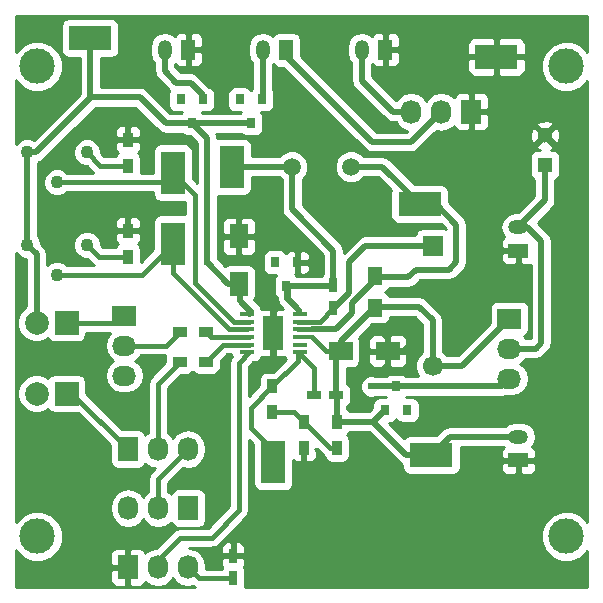
<source format=gbr>
G04 #@! TF.FileFunction,Copper,L1,Top,Signal*
%FSLAX46Y46*%
G04 Gerber Fmt 4.6, Leading zero omitted, Abs format (unit mm)*
G04 Created by KiCad (PCBNEW 4.0.2-stable) date 10/04/2016 22:23:54*
%MOMM*%
G01*
G04 APERTURE LIST*
%ADD10C,0.100000*%
%ADD11C,3.000000*%
%ADD12R,1.727200X2.032000*%
%ADD13O,1.727200X2.032000*%
%ADD14R,1.200000X0.900000*%
%ADD15R,0.750000X1.200000*%
%ADD16R,0.900000X1.200000*%
%ADD17R,2.032000X1.727200*%
%ADD18O,2.032000X1.727200*%
%ADD19R,1.200000X0.750000*%
%ADD20R,1.300000X1.300000*%
%ADD21C,1.300000*%
%ADD22R,2.000000X1.600000*%
%ADD23R,1.600000X2.000000*%
%ADD24R,1.198880X1.699260*%
%ADD25O,1.198880X1.699260*%
%ADD26R,2.000000X2.000000*%
%ADD27C,2.000000*%
%ADD28C,1.699260*%
%ADD29R,1.699260X1.699260*%
%ADD30R,0.800000X0.900000*%
%ADD31R,3.650000X2.050000*%
%ADD32R,2.050000X3.650000*%
%ADD33R,1.300000X0.420000*%
%ADD34R,1.700000X2.845000*%
%ADD35R,1.699260X1.198880*%
%ADD36O,1.699260X1.198880*%
%ADD37R,1.300000X1.500000*%
%ADD38C,1.500000*%
%ADD39C,1.100000*%
%ADD40C,0.600000*%
%ADD41C,0.400000*%
%ADD42C,0.500000*%
%ADD43C,0.300000*%
%ADD44C,0.254000*%
G04 APERTURE END LIST*
D10*
D11*
X112596000Y-110150000D03*
X112596000Y-70350000D03*
X157396000Y-70350000D03*
X157396000Y-110150000D03*
D12*
X120266000Y-102750000D03*
D13*
X122806000Y-102750000D03*
X125346000Y-102750000D03*
D14*
X126866000Y-92850000D03*
X124666000Y-92850000D03*
X126866000Y-95350000D03*
X124666000Y-95350000D03*
D15*
X137666000Y-90800000D03*
X137666000Y-88900000D03*
D12*
X120266000Y-112750000D03*
D13*
X122806000Y-112750000D03*
X125346000Y-112750000D03*
D12*
X125366000Y-107750000D03*
D13*
X122826000Y-107750000D03*
X120286000Y-107750000D03*
D16*
X137966000Y-100450000D03*
X137966000Y-102650000D03*
X135166000Y-100450000D03*
X135166000Y-102650000D03*
X132466000Y-99650000D03*
X132466000Y-97450000D03*
D17*
X119966000Y-91450000D03*
D18*
X119966000Y-93990000D03*
X119966000Y-96530000D03*
D19*
X137916000Y-98150000D03*
X136016000Y-98150000D03*
D20*
X155566000Y-78700000D03*
D21*
X155566000Y-76200000D03*
D22*
X138266000Y-94450000D03*
X142266000Y-94450000D03*
D15*
X129166000Y-113700000D03*
X129166000Y-111800000D03*
D23*
X129666000Y-84750000D03*
X129666000Y-88750000D03*
D24*
X133666760Y-68950000D03*
D25*
X131665240Y-68950000D03*
D26*
X115066000Y-92050000D03*
D27*
X112526000Y-92050000D03*
D26*
X115066000Y-98050000D03*
D27*
X112526000Y-98050000D03*
D17*
X152566000Y-91700000D03*
D18*
X152566000Y-94240000D03*
X152566000Y-96780000D03*
D24*
X125366760Y-68950000D03*
D25*
X123365240Y-68950000D03*
D16*
X120266000Y-86450000D03*
X120266000Y-84250000D03*
X120266000Y-78750000D03*
X120266000Y-76550000D03*
D28*
X146068540Y-95710520D03*
D29*
X146068540Y-85550520D03*
D30*
X142966000Y-97450000D03*
X142016000Y-99450000D03*
X143916000Y-99450000D03*
X133666000Y-88950000D03*
X134616000Y-86950000D03*
X132716000Y-86950000D03*
X130666000Y-75150000D03*
X131616000Y-73150000D03*
X129716000Y-73150000D03*
D31*
X145966000Y-103250000D03*
X151466000Y-69550000D03*
D32*
X124066000Y-85350000D03*
D31*
X144966000Y-82000000D03*
D32*
X132566000Y-103850000D03*
X124066000Y-79350000D03*
D33*
X130308000Y-94557500D03*
X130308000Y-93907500D03*
X130308000Y-93257500D03*
X130308000Y-92607500D03*
X130308000Y-91957500D03*
X130308000Y-91307500D03*
X134819000Y-91307500D03*
X134819000Y-91957500D03*
X134819000Y-92607500D03*
X134819000Y-93257500D03*
X134819000Y-93907500D03*
X134819000Y-94557500D03*
D34*
X132558500Y-92932500D03*
D31*
X117066000Y-67950000D03*
D35*
X153316000Y-103700760D03*
D36*
X153316000Y-101699240D03*
D35*
X153316000Y-85950760D03*
D36*
X153316000Y-83949240D03*
D30*
X125666000Y-75150000D03*
X126616000Y-73150000D03*
X124716000Y-73150000D03*
D12*
X149316000Y-74200000D03*
D13*
X146776000Y-74200000D03*
X144236000Y-74200000D03*
D24*
X142066760Y-68950000D03*
D25*
X140065240Y-68950000D03*
D37*
X141166000Y-88100000D03*
X141166000Y-90800000D03*
D32*
X129066000Y-78850000D03*
D38*
X139166000Y-78850000D03*
X134166000Y-78850000D03*
D39*
X114266000Y-80180000D03*
X116806000Y-77640000D03*
X111726000Y-77640000D03*
X114266000Y-87980000D03*
X116806000Y-85440000D03*
X111726000Y-85440000D03*
D40*
X120266000Y-82850000D03*
X141666000Y-96250000D03*
X141666000Y-92750000D03*
X144566000Y-93550000D03*
X132566000Y-95050000D03*
X132566000Y-90750000D03*
X126966000Y-86950000D03*
X140866000Y-97450000D03*
D41*
X115066000Y-98050000D02*
X115566000Y-98050000D01*
X115566000Y-98050000D02*
X120266000Y-102750000D01*
D42*
X120266000Y-84250000D02*
X120266000Y-82850000D01*
X142266000Y-94450000D02*
X142266000Y-95650000D01*
X142266000Y-95650000D02*
X141666000Y-96250000D01*
X142266000Y-94450000D02*
X142266000Y-93350000D01*
X142266000Y-93350000D02*
X141666000Y-92750000D01*
X142266000Y-94450000D02*
X143666000Y-94450000D01*
X143666000Y-94450000D02*
X144566000Y-93550000D01*
X132578500Y-92912500D02*
X132578500Y-95037500D01*
X132578500Y-95037500D02*
X132566000Y-95050000D01*
X132578500Y-92912500D02*
X132578500Y-90762500D01*
X132578500Y-90762500D02*
X132566000Y-90750000D01*
X112526000Y-92050000D02*
X112526000Y-86240000D01*
X112526000Y-86240000D02*
X111726000Y-85440000D01*
X126966000Y-86950000D02*
X126966000Y-76450000D01*
X126966000Y-76450000D02*
X125666000Y-75150000D01*
X111726000Y-77640000D02*
X111726000Y-85440000D01*
X125666000Y-75150000D02*
X123466000Y-75150000D01*
X123466000Y-75150000D02*
X121266000Y-72950000D01*
X121266000Y-72950000D02*
X117066000Y-72950000D01*
X130666000Y-75150000D02*
X125666000Y-75150000D01*
X117066000Y-67950000D02*
X117066000Y-72950000D01*
X117066000Y-72950000D02*
X117066000Y-73050000D01*
X112476000Y-77640000D02*
X114966000Y-75150000D01*
X111726000Y-77640000D02*
X112476000Y-77640000D01*
X117066000Y-73050000D02*
X114966000Y-75150000D01*
X142966000Y-97450000D02*
X151896000Y-97450000D01*
X151896000Y-97450000D02*
X152566000Y-96780000D01*
X142966000Y-97450000D02*
X140866000Y-97450000D01*
D43*
X130553500Y-91307500D02*
X130553500Y-91262500D01*
X130553500Y-91262500D02*
X130766000Y-91050000D01*
X129866000Y-90150000D02*
X129866000Y-88950000D01*
X130766000Y-91050000D02*
X129866000Y-90150000D01*
X129866000Y-88950000D02*
X129666000Y-88750000D01*
X130553500Y-91307500D02*
X130553500Y-91137500D01*
X130553500Y-91137500D02*
X129666000Y-90250000D01*
X129666000Y-90250000D02*
X129666000Y-88750000D01*
D41*
X130553500Y-91307500D02*
X130523500Y-91307500D01*
D42*
X129666000Y-88750000D02*
X128766000Y-88750000D01*
X128766000Y-88750000D02*
X126966000Y-86950000D01*
D41*
X130308000Y-91957500D02*
X129273500Y-91957500D01*
X125966000Y-81250000D02*
X124066000Y-79350000D01*
X125966000Y-88650000D02*
X125966000Y-81250000D01*
X129273500Y-91957500D02*
X125966000Y-88650000D01*
X114266000Y-80180000D02*
X123236000Y-80180000D01*
X123236000Y-80180000D02*
X124066000Y-79350000D01*
X124066000Y-79350000D02*
X124066000Y-79450000D01*
X129973500Y-91957500D02*
X130553500Y-91957500D01*
X130308000Y-92607500D02*
X128823500Y-92607500D01*
X124066000Y-87850000D02*
X124066000Y-85350000D01*
X128823500Y-92607500D02*
X124066000Y-87850000D01*
X114266000Y-87980000D02*
X121436000Y-87980000D01*
X121436000Y-87980000D02*
X124066000Y-85350000D01*
X122806000Y-112750000D02*
X122806000Y-112110000D01*
X122806000Y-112110000D02*
X124666000Y-110250000D01*
X124666000Y-110250000D02*
X127366000Y-110250000D01*
X127366000Y-110250000D02*
X129666000Y-107950000D01*
X129666000Y-107950000D02*
X129666000Y-95445000D01*
X129666000Y-95445000D02*
X130553500Y-94557500D01*
X122806000Y-102750000D02*
X122806000Y-97210000D01*
X122806000Y-97210000D02*
X124666000Y-95350000D01*
X122826000Y-107750000D02*
X122826000Y-105270000D01*
X122826000Y-105270000D02*
X125346000Y-102750000D01*
X130553500Y-93257500D02*
X127273500Y-93257500D01*
X127273500Y-93257500D02*
X126866000Y-92850000D01*
X130553500Y-93907500D02*
X128308500Y-93907500D01*
X128308500Y-93907500D02*
X126866000Y-95350000D01*
X115066000Y-92050000D02*
X119366000Y-92050000D01*
X119366000Y-92050000D02*
X119966000Y-91450000D01*
X119966000Y-93990000D02*
X123526000Y-93990000D01*
X123526000Y-93990000D02*
X124666000Y-92850000D01*
X137966000Y-102650000D02*
X137366000Y-102650000D01*
X137366000Y-102650000D02*
X135166000Y-100450000D01*
X132466000Y-99650000D02*
X134366000Y-99650000D01*
X134366000Y-99650000D02*
X135166000Y-100450000D01*
X138266000Y-94450000D02*
X137051000Y-94450000D01*
X137051000Y-94450000D02*
X135858500Y-93257500D01*
D43*
X134819000Y-93257500D02*
X135858500Y-93257500D01*
X135858500Y-93257500D02*
X135866000Y-93250000D01*
X137866000Y-94850000D02*
X138266000Y-94450000D01*
D42*
X145966000Y-103250000D02*
X143816000Y-103250000D01*
X143816000Y-103250000D02*
X141016000Y-100450000D01*
X153316000Y-101699240D02*
X147516760Y-101699240D01*
X147516760Y-101699240D02*
X145966000Y-103250000D01*
X137916000Y-98150000D02*
X137916000Y-94800000D01*
X137916000Y-94800000D02*
X138266000Y-94450000D01*
X146068540Y-95710520D02*
X148555480Y-95710520D01*
X148555480Y-95710520D02*
X152566000Y-91700000D01*
X146068540Y-95710520D02*
X146068540Y-91852540D01*
X144916000Y-90700000D02*
X141166000Y-90700000D01*
X146068540Y-91852540D02*
X144916000Y-90700000D01*
D43*
X137916000Y-94800000D02*
X138266000Y-94450000D01*
D42*
X137966000Y-100450000D02*
X137966000Y-98200000D01*
X137966000Y-98200000D02*
X137916000Y-98150000D01*
X137966000Y-100450000D02*
X141016000Y-100450000D01*
X141016000Y-100450000D02*
X142016000Y-99450000D01*
X137916000Y-94800000D02*
X138266000Y-94450000D01*
X138266000Y-94450000D02*
X138266000Y-93600000D01*
X138266000Y-93600000D02*
X141166000Y-90700000D01*
D43*
X137916000Y-94800000D02*
X138266000Y-94450000D01*
X137916000Y-100400000D02*
X137966000Y-100450000D01*
D42*
X137666000Y-90800000D02*
X137716000Y-90800000D01*
X137716000Y-90800000D02*
X138966000Y-89550000D01*
X140366000Y-85550000D02*
X146066000Y-85550000D01*
X138966000Y-86950000D02*
X140366000Y-85550000D01*
X138966000Y-89550000D02*
X138966000Y-86950000D01*
D41*
X134653500Y-91957500D02*
X136508500Y-91957500D01*
X136508500Y-91957500D02*
X137666000Y-90800000D01*
D42*
X134166000Y-78850000D02*
X129066000Y-78850000D01*
D43*
X134653500Y-91307500D02*
X134653500Y-91262500D01*
X134653500Y-91262500D02*
X134866000Y-91050000D01*
X133866000Y-89950000D02*
X133866000Y-89150000D01*
X134866000Y-90950000D02*
X133866000Y-89950000D01*
X134866000Y-91050000D02*
X134866000Y-90950000D01*
X133866000Y-89150000D02*
X133666000Y-88950000D01*
X134653500Y-91307500D02*
X134653500Y-91037500D01*
X133666000Y-90050000D02*
X133666000Y-88950000D01*
X134653500Y-91037500D02*
X133666000Y-90050000D01*
D42*
X133666000Y-88950000D02*
X137616000Y-88950000D01*
X137616000Y-88950000D02*
X137666000Y-88900000D01*
X134166000Y-78850000D02*
X134166000Y-82450000D01*
X137666000Y-85950000D02*
X137666000Y-88900000D01*
X134166000Y-82450000D02*
X137666000Y-85950000D01*
D41*
X137616000Y-88950000D02*
X137666000Y-88900000D01*
X132566000Y-103850000D02*
X132566000Y-102850000D01*
X132566000Y-102850000D02*
X130666000Y-100950000D01*
X130666000Y-100950000D02*
X130666000Y-99250000D01*
X130666000Y-99250000D02*
X132466000Y-97450000D01*
X136016000Y-98150000D02*
X136016000Y-95920000D01*
X136016000Y-95920000D02*
X134653500Y-94557500D01*
X134653500Y-94557500D02*
X134653500Y-95262500D01*
X134653500Y-95262500D02*
X132466000Y-97450000D01*
D42*
X139166000Y-78850000D02*
X141816000Y-78850000D01*
X141816000Y-78850000D02*
X144966000Y-82000000D01*
X141166000Y-88200000D02*
X144016000Y-88200000D01*
X148066000Y-83750000D02*
X146316000Y-82000000D01*
X148066000Y-86950000D02*
X148066000Y-83750000D01*
X147466000Y-87550000D02*
X148066000Y-86950000D01*
X144666000Y-87550000D02*
X147466000Y-87550000D01*
X144016000Y-88200000D02*
X144666000Y-87550000D01*
X146316000Y-82000000D02*
X144966000Y-82000000D01*
D41*
X134653500Y-92607500D02*
X135865998Y-92607500D01*
D42*
X139266000Y-90350000D02*
X139266000Y-91250000D01*
X139266000Y-91250000D02*
X137908498Y-92607502D01*
X137908498Y-92607502D02*
X135866000Y-92607502D01*
X139266000Y-90350000D02*
X141166000Y-88450000D01*
D41*
X135865998Y-92607500D02*
X135866000Y-92607502D01*
D42*
X141166000Y-88200000D02*
X141166000Y-88450000D01*
D43*
X141166000Y-88200000D02*
X141116000Y-88200000D01*
X143766000Y-82000000D02*
X144966000Y-82000000D01*
D41*
X129166000Y-113700000D02*
X126296000Y-113700000D01*
X126296000Y-113700000D02*
X125346000Y-112750000D01*
D42*
X131665240Y-68950000D02*
X131665240Y-73100760D01*
X131665240Y-73100760D02*
X131616000Y-73150000D01*
X153316000Y-83949240D02*
X154065240Y-83949240D01*
X154065240Y-83949240D02*
X155266000Y-85150000D01*
X154776000Y-94240000D02*
X152566000Y-94240000D01*
X155266000Y-93750000D02*
X154776000Y-94240000D01*
X155266000Y-85150000D02*
X155266000Y-93750000D01*
X155566000Y-78700000D02*
X155566000Y-81699240D01*
X155566000Y-81699240D02*
X153316000Y-83949240D01*
D41*
X120266000Y-86450000D02*
X117816000Y-86450000D01*
X117816000Y-86450000D02*
X116806000Y-85440000D01*
X120266000Y-78750000D02*
X117916000Y-78750000D01*
X117916000Y-78750000D02*
X116806000Y-77640000D01*
D42*
X126616000Y-73150000D02*
X126616000Y-72800000D01*
X126616000Y-72800000D02*
X125566000Y-71750000D01*
X125566000Y-71750000D02*
X124366000Y-71750000D01*
X124366000Y-71750000D02*
X123365240Y-70749240D01*
X123365240Y-70749240D02*
X123365240Y-68950000D01*
X133666760Y-68950000D02*
X133666760Y-69450760D01*
X133666760Y-69450760D02*
X140966000Y-76750000D01*
X140966000Y-76750000D02*
X144226000Y-76750000D01*
X144226000Y-76750000D02*
X146776000Y-74200000D01*
X144236000Y-74200000D02*
X142716000Y-74200000D01*
X140065240Y-71549240D02*
X140065240Y-68950000D01*
X142716000Y-74200000D02*
X140065240Y-71549240D01*
D44*
G36*
X159156000Y-69091091D02*
X158606959Y-68541091D01*
X157822541Y-68215372D01*
X156973185Y-68214630D01*
X156188200Y-68538980D01*
X155587091Y-69139041D01*
X155261372Y-69923459D01*
X155260630Y-70772815D01*
X155584980Y-71557800D01*
X156185041Y-72158909D01*
X156969459Y-72484628D01*
X157818815Y-72485370D01*
X158603800Y-72161020D01*
X159156000Y-71609783D01*
X159156000Y-108891091D01*
X158606959Y-108341091D01*
X157822541Y-108015372D01*
X156973185Y-108014630D01*
X156188200Y-108338980D01*
X155587091Y-108939041D01*
X155261372Y-109723459D01*
X155260630Y-110572815D01*
X155584980Y-111357800D01*
X156185041Y-111958909D01*
X156969459Y-112284628D01*
X157818815Y-112285370D01*
X158603800Y-111961020D01*
X159156000Y-111409783D01*
X159156000Y-114440000D01*
X130160089Y-114440000D01*
X130188440Y-114300000D01*
X130188440Y-113100000D01*
X130144162Y-112864683D01*
X130077671Y-112761354D01*
X130079327Y-112759698D01*
X130176000Y-112526309D01*
X130176000Y-112085750D01*
X130017250Y-111927000D01*
X129293000Y-111927000D01*
X129293000Y-111947000D01*
X129039000Y-111947000D01*
X129039000Y-111927000D01*
X128314750Y-111927000D01*
X128156000Y-112085750D01*
X128156000Y-112526309D01*
X128252673Y-112759698D01*
X128254043Y-112761068D01*
X128194569Y-112848110D01*
X128191149Y-112865000D01*
X126844600Y-112865000D01*
X126844600Y-112565255D01*
X126730526Y-111991766D01*
X126405670Y-111505585D01*
X125919489Y-111180729D01*
X125438227Y-111085000D01*
X127366000Y-111085000D01*
X127422853Y-111073691D01*
X128156000Y-111073691D01*
X128156000Y-111514250D01*
X128314750Y-111673000D01*
X129039000Y-111673000D01*
X129039000Y-110723750D01*
X129293000Y-110723750D01*
X129293000Y-111673000D01*
X130017250Y-111673000D01*
X130176000Y-111514250D01*
X130176000Y-111073691D01*
X130079327Y-110840302D01*
X129900699Y-110661673D01*
X129667310Y-110565000D01*
X129451750Y-110565000D01*
X129293000Y-110723750D01*
X129039000Y-110723750D01*
X128880250Y-110565000D01*
X128664690Y-110565000D01*
X128431301Y-110661673D01*
X128252673Y-110840302D01*
X128156000Y-111073691D01*
X127422853Y-111073691D01*
X127685541Y-111021439D01*
X127956434Y-110840434D01*
X130256434Y-108540434D01*
X130277949Y-108508234D01*
X130437439Y-108269541D01*
X130501000Y-107950000D01*
X130501000Y-101965868D01*
X130893560Y-102358428D01*
X130893560Y-105675000D01*
X130937838Y-105910317D01*
X131076910Y-106126441D01*
X131289110Y-106271431D01*
X131541000Y-106322440D01*
X133591000Y-106322440D01*
X133826317Y-106278162D01*
X134042441Y-106139090D01*
X134187431Y-105926890D01*
X134238440Y-105675000D01*
X134238440Y-103670465D01*
X134356301Y-103788327D01*
X134589690Y-103885000D01*
X134880250Y-103885000D01*
X135039000Y-103726250D01*
X135039000Y-102777000D01*
X135019000Y-102777000D01*
X135019000Y-102523000D01*
X135039000Y-102523000D01*
X135039000Y-102503000D01*
X135293000Y-102503000D01*
X135293000Y-102523000D01*
X135313000Y-102523000D01*
X135313000Y-102777000D01*
X135293000Y-102777000D01*
X135293000Y-103726250D01*
X135451750Y-103885000D01*
X135742310Y-103885000D01*
X135975699Y-103788327D01*
X136154327Y-103609698D01*
X136251000Y-103376309D01*
X136251000Y-102935750D01*
X136092252Y-102777002D01*
X136251000Y-102777002D01*
X136251000Y-102715868D01*
X136775566Y-103240434D01*
X136879874Y-103310131D01*
X136912838Y-103485317D01*
X137051910Y-103701441D01*
X137264110Y-103846431D01*
X137516000Y-103897440D01*
X138416000Y-103897440D01*
X138651317Y-103853162D01*
X138867441Y-103714090D01*
X139012431Y-103501890D01*
X139063440Y-103250000D01*
X139063440Y-102050000D01*
X139019162Y-101814683D01*
X138880090Y-101598559D01*
X138810289Y-101550866D01*
X138867441Y-101514090D01*
X138989808Y-101335000D01*
X140649420Y-101335000D01*
X143190208Y-103875787D01*
X143190210Y-103875790D01*
X143477325Y-104067633D01*
X143493560Y-104070862D01*
X143493560Y-104275000D01*
X143537838Y-104510317D01*
X143676910Y-104726441D01*
X143889110Y-104871431D01*
X144141000Y-104922440D01*
X147791000Y-104922440D01*
X148026317Y-104878162D01*
X148242441Y-104739090D01*
X148387431Y-104526890D01*
X148438440Y-104275000D01*
X148438440Y-103986510D01*
X151831370Y-103986510D01*
X151831370Y-104426509D01*
X151928043Y-104659898D01*
X152106671Y-104838527D01*
X152340060Y-104935200D01*
X153030250Y-104935200D01*
X153189000Y-104776450D01*
X153189000Y-103827760D01*
X153443000Y-103827760D01*
X153443000Y-104776450D01*
X153601750Y-104935200D01*
X154291940Y-104935200D01*
X154525329Y-104838527D01*
X154703957Y-104659898D01*
X154800630Y-104426509D01*
X154800630Y-103986510D01*
X154641880Y-103827760D01*
X153443000Y-103827760D01*
X153189000Y-103827760D01*
X151990120Y-103827760D01*
X151831370Y-103986510D01*
X148438440Y-103986510D01*
X148438440Y-102584240D01*
X152085424Y-102584240D01*
X151928043Y-102741622D01*
X151831370Y-102975011D01*
X151831370Y-103415010D01*
X151990120Y-103573760D01*
X153189000Y-103573760D01*
X153189000Y-103553760D01*
X153443000Y-103553760D01*
X153443000Y-103573760D01*
X154641880Y-103573760D01*
X154800630Y-103415010D01*
X154800630Y-102975011D01*
X154703957Y-102741622D01*
X154525329Y-102562993D01*
X154485327Y-102546424D01*
X154735750Y-102171640D01*
X154829716Y-101699240D01*
X154735750Y-101226840D01*
X154468157Y-100826359D01*
X154067676Y-100558766D01*
X153595276Y-100464800D01*
X153036724Y-100464800D01*
X152564324Y-100558766D01*
X152181980Y-100814240D01*
X147516765Y-100814240D01*
X147516760Y-100814239D01*
X147234276Y-100870430D01*
X147178085Y-100881607D01*
X146890970Y-101073450D01*
X146890968Y-101073453D01*
X146386861Y-101577560D01*
X144141000Y-101577560D01*
X143905683Y-101621838D01*
X143689559Y-101760910D01*
X143644474Y-101826894D01*
X142365020Y-100547440D01*
X142416000Y-100547440D01*
X142651317Y-100503162D01*
X142867441Y-100364090D01*
X142966633Y-100218917D01*
X143051910Y-100351441D01*
X143264110Y-100496431D01*
X143516000Y-100547440D01*
X144316000Y-100547440D01*
X144551317Y-100503162D01*
X144767441Y-100364090D01*
X144912431Y-100151890D01*
X144963440Y-99900000D01*
X144963440Y-99000000D01*
X144919162Y-98764683D01*
X144780090Y-98548559D01*
X144567890Y-98403569D01*
X144316000Y-98352560D01*
X143825319Y-98352560D01*
X143837317Y-98335000D01*
X151895995Y-98335000D01*
X151896000Y-98335001D01*
X152179540Y-98278600D01*
X152234675Y-98267633D01*
X152255653Y-98253616D01*
X152381255Y-98278600D01*
X152750745Y-98278600D01*
X153324234Y-98164526D01*
X153810415Y-97839670D01*
X154135271Y-97353489D01*
X154249345Y-96780000D01*
X154135271Y-96206511D01*
X153810415Y-95720330D01*
X153495634Y-95510000D01*
X153810415Y-95299670D01*
X153927126Y-95125000D01*
X154775995Y-95125000D01*
X154776000Y-95125001D01*
X155058484Y-95068810D01*
X155114675Y-95057633D01*
X155401790Y-94865790D01*
X155891787Y-94375792D01*
X155891790Y-94375790D01*
X156083633Y-94088675D01*
X156111727Y-93947440D01*
X156151001Y-93750000D01*
X156151000Y-93749995D01*
X156151000Y-85150005D01*
X156151001Y-85150000D01*
X156083633Y-84811325D01*
X156009843Y-84700890D01*
X155891790Y-84524210D01*
X155891787Y-84524208D01*
X154942200Y-83574620D01*
X156191787Y-82325032D01*
X156191790Y-82325030D01*
X156383633Y-82037915D01*
X156383634Y-82037914D01*
X156451001Y-81699240D01*
X156451000Y-81699235D01*
X156451000Y-79953222D01*
X156451317Y-79953162D01*
X156667441Y-79814090D01*
X156812431Y-79601890D01*
X156863440Y-79350000D01*
X156863440Y-78050000D01*
X156819162Y-77814683D01*
X156680090Y-77598559D01*
X156467890Y-77453569D01*
X156216000Y-77402560D01*
X156053615Y-77402560D01*
X156229729Y-77329611D01*
X156285410Y-77099016D01*
X155566000Y-76379605D01*
X154846590Y-77099016D01*
X154902271Y-77329611D01*
X155111902Y-77402560D01*
X154916000Y-77402560D01*
X154680683Y-77446838D01*
X154464559Y-77585910D01*
X154319569Y-77798110D01*
X154268560Y-78050000D01*
X154268560Y-79350000D01*
X154312838Y-79585317D01*
X154451910Y-79801441D01*
X154664110Y-79946431D01*
X154681000Y-79949851D01*
X154681000Y-81332661D01*
X153298860Y-82714800D01*
X153036724Y-82714800D01*
X152564324Y-82808766D01*
X152163843Y-83076359D01*
X151896250Y-83476840D01*
X151802284Y-83949240D01*
X151896250Y-84421640D01*
X152146673Y-84796424D01*
X152106671Y-84812993D01*
X151928043Y-84991622D01*
X151831370Y-85225011D01*
X151831370Y-85665010D01*
X151990120Y-85823760D01*
X153189000Y-85823760D01*
X153189000Y-85803760D01*
X153443000Y-85803760D01*
X153443000Y-85823760D01*
X153463000Y-85823760D01*
X153463000Y-86077760D01*
X153443000Y-86077760D01*
X153443000Y-87026450D01*
X153601750Y-87185200D01*
X154291940Y-87185200D01*
X154381000Y-87148310D01*
X154381000Y-93355000D01*
X153927126Y-93355000D01*
X153810415Y-93180330D01*
X153796087Y-93170757D01*
X153817317Y-93166762D01*
X154033441Y-93027690D01*
X154178431Y-92815490D01*
X154229440Y-92563600D01*
X154229440Y-90836400D01*
X154185162Y-90601083D01*
X154046090Y-90384959D01*
X153833890Y-90239969D01*
X153582000Y-90188960D01*
X151550000Y-90188960D01*
X151314683Y-90233238D01*
X151098559Y-90372310D01*
X150953569Y-90584510D01*
X150902560Y-90836400D01*
X150902560Y-92111861D01*
X148188900Y-94825520D01*
X147282838Y-94825520D01*
X146953540Y-94495647D01*
X146953540Y-91852545D01*
X146953541Y-91852540D01*
X146893361Y-91550000D01*
X146886173Y-91513865D01*
X146694330Y-91226750D01*
X146694327Y-91226748D01*
X145541790Y-90074210D01*
X145505557Y-90050000D01*
X145254675Y-89882367D01*
X145162791Y-89864090D01*
X144916000Y-89814999D01*
X144915995Y-89815000D01*
X142419222Y-89815000D01*
X142419162Y-89814683D01*
X142280090Y-89598559D01*
X142067890Y-89453569D01*
X142054803Y-89450919D01*
X142267441Y-89314090D01*
X142412431Y-89101890D01*
X142415851Y-89085000D01*
X144015995Y-89085000D01*
X144016000Y-89085001D01*
X144298484Y-89028810D01*
X144354675Y-89017633D01*
X144641790Y-88825790D01*
X145032579Y-88435000D01*
X147465995Y-88435000D01*
X147466000Y-88435001D01*
X147748484Y-88378810D01*
X147804675Y-88367633D01*
X148091790Y-88175790D01*
X148091791Y-88175789D01*
X148691787Y-87575792D01*
X148691790Y-87575790D01*
X148883633Y-87288675D01*
X148889423Y-87259566D01*
X148951001Y-86950000D01*
X148951000Y-86949995D01*
X148951000Y-86236510D01*
X151831370Y-86236510D01*
X151831370Y-86676509D01*
X151928043Y-86909898D01*
X152106671Y-87088527D01*
X152340060Y-87185200D01*
X153030250Y-87185200D01*
X153189000Y-87026450D01*
X153189000Y-86077760D01*
X151990120Y-86077760D01*
X151831370Y-86236510D01*
X148951000Y-86236510D01*
X148951000Y-83750005D01*
X148951001Y-83750000D01*
X148883633Y-83411326D01*
X148883633Y-83411325D01*
X148691790Y-83124210D01*
X148691787Y-83124208D01*
X147438440Y-81870860D01*
X147438440Y-80975000D01*
X147394162Y-80739683D01*
X147255090Y-80523559D01*
X147042890Y-80378569D01*
X146791000Y-80327560D01*
X144545139Y-80327560D01*
X142441790Y-78224210D01*
X142330726Y-78150000D01*
X142154675Y-78032367D01*
X142098484Y-78021190D01*
X141816000Y-77964999D01*
X141815995Y-77965000D01*
X140239523Y-77965000D01*
X139951564Y-77676539D01*
X139442702Y-77465241D01*
X138891715Y-77464760D01*
X138382485Y-77675169D01*
X137992539Y-78064436D01*
X137781241Y-78573298D01*
X137780760Y-79124285D01*
X137991169Y-79633515D01*
X138380436Y-80023461D01*
X138889298Y-80234759D01*
X139440285Y-80235240D01*
X139949515Y-80024831D01*
X140239852Y-79735000D01*
X141449420Y-79735000D01*
X142526543Y-80812123D01*
X142493560Y-80975000D01*
X142493560Y-83025000D01*
X142537838Y-83260317D01*
X142676910Y-83476441D01*
X142889110Y-83621431D01*
X143141000Y-83672440D01*
X146736861Y-83672440D01*
X147168580Y-84104159D01*
X146918170Y-84053450D01*
X145218910Y-84053450D01*
X144983593Y-84097728D01*
X144767469Y-84236800D01*
X144622479Y-84449000D01*
X144578738Y-84665000D01*
X140366005Y-84665000D01*
X140366000Y-84664999D01*
X140107998Y-84716320D01*
X140027325Y-84732367D01*
X139740210Y-84924210D01*
X139740208Y-84924213D01*
X138551000Y-86113420D01*
X138551000Y-85950000D01*
X138483633Y-85611325D01*
X138291790Y-85324210D01*
X138291787Y-85324208D01*
X135051000Y-82083420D01*
X135051000Y-79923523D01*
X135339461Y-79635564D01*
X135550759Y-79126702D01*
X135551240Y-78575715D01*
X135340831Y-78066485D01*
X134951564Y-77676539D01*
X134442702Y-77465241D01*
X133891715Y-77464760D01*
X133382485Y-77675169D01*
X133092148Y-77965000D01*
X130738440Y-77965000D01*
X130738440Y-77025000D01*
X130694162Y-76789683D01*
X130555090Y-76573559D01*
X130342890Y-76428569D01*
X130091000Y-76377560D01*
X128041000Y-76377560D01*
X127843966Y-76414635D01*
X127783633Y-76111326D01*
X127783633Y-76111325D01*
X127732635Y-76035000D01*
X129791331Y-76035000D01*
X129801910Y-76051441D01*
X130014110Y-76196431D01*
X130266000Y-76247440D01*
X131066000Y-76247440D01*
X131301317Y-76203162D01*
X131517441Y-76064090D01*
X131662431Y-75851890D01*
X131713440Y-75600000D01*
X131713440Y-74700000D01*
X131669162Y-74464683D01*
X131530090Y-74248559D01*
X131528452Y-74247440D01*
X132016000Y-74247440D01*
X132251317Y-74203162D01*
X132467441Y-74064090D01*
X132612431Y-73851890D01*
X132663440Y-73600000D01*
X132663440Y-72700000D01*
X132619162Y-72464683D01*
X132550240Y-72357575D01*
X132550240Y-70168722D01*
X132603230Y-70251071D01*
X132815430Y-70396061D01*
X133067320Y-70447070D01*
X133411490Y-70447070D01*
X140340208Y-77375787D01*
X140340210Y-77375790D01*
X140522546Y-77497622D01*
X140627325Y-77567633D01*
X140966000Y-77635001D01*
X140966005Y-77635000D01*
X144225995Y-77635000D01*
X144226000Y-77635001D01*
X144508484Y-77578810D01*
X144564675Y-77567633D01*
X144851790Y-77375790D01*
X146208502Y-76019078D01*
X154268378Y-76019078D01*
X154297917Y-76529428D01*
X154436389Y-76863729D01*
X154666984Y-76919410D01*
X155386395Y-76200000D01*
X155745605Y-76200000D01*
X156465016Y-76919410D01*
X156695611Y-76863729D01*
X156863622Y-76380922D01*
X156834083Y-75870572D01*
X156695611Y-75536271D01*
X156465016Y-75480590D01*
X155745605Y-76200000D01*
X155386395Y-76200000D01*
X154666984Y-75480590D01*
X154436389Y-75536271D01*
X154268378Y-76019078D01*
X146208502Y-76019078D01*
X146415869Y-75811711D01*
X146776000Y-75883345D01*
X147349489Y-75769271D01*
X147835670Y-75444415D01*
X147850500Y-75422220D01*
X147914073Y-75575698D01*
X148092701Y-75754327D01*
X148326090Y-75851000D01*
X149030250Y-75851000D01*
X149189000Y-75692250D01*
X149189000Y-74327000D01*
X149443000Y-74327000D01*
X149443000Y-75692250D01*
X149601750Y-75851000D01*
X150305910Y-75851000D01*
X150539299Y-75754327D01*
X150717927Y-75575698D01*
X150814600Y-75342309D01*
X150814600Y-75300984D01*
X154846590Y-75300984D01*
X155566000Y-76020395D01*
X156285410Y-75300984D01*
X156229729Y-75070389D01*
X155746922Y-74902378D01*
X155236572Y-74931917D01*
X154902271Y-75070389D01*
X154846590Y-75300984D01*
X150814600Y-75300984D01*
X150814600Y-74485750D01*
X150655850Y-74327000D01*
X149443000Y-74327000D01*
X149189000Y-74327000D01*
X149169000Y-74327000D01*
X149169000Y-74073000D01*
X149189000Y-74073000D01*
X149189000Y-72707750D01*
X149443000Y-72707750D01*
X149443000Y-74073000D01*
X150655850Y-74073000D01*
X150814600Y-73914250D01*
X150814600Y-73057691D01*
X150717927Y-72824302D01*
X150539299Y-72645673D01*
X150305910Y-72549000D01*
X149601750Y-72549000D01*
X149443000Y-72707750D01*
X149189000Y-72707750D01*
X149030250Y-72549000D01*
X148326090Y-72549000D01*
X148092701Y-72645673D01*
X147914073Y-72824302D01*
X147850500Y-72977780D01*
X147835670Y-72955585D01*
X147349489Y-72630729D01*
X146776000Y-72516655D01*
X146202511Y-72630729D01*
X145716330Y-72955585D01*
X145506000Y-73270366D01*
X145295670Y-72955585D01*
X144809489Y-72630729D01*
X144236000Y-72516655D01*
X143662511Y-72630729D01*
X143176330Y-72955585D01*
X142994817Y-73227238D01*
X140950240Y-71182660D01*
X140950240Y-70180576D01*
X141107622Y-70337957D01*
X141341011Y-70434630D01*
X141781010Y-70434630D01*
X141939760Y-70275880D01*
X141939760Y-69077000D01*
X142193760Y-69077000D01*
X142193760Y-70275880D01*
X142352510Y-70434630D01*
X142792509Y-70434630D01*
X143025898Y-70337957D01*
X143204527Y-70159329D01*
X143301200Y-69925940D01*
X143301200Y-69835750D01*
X149006000Y-69835750D01*
X149006000Y-70701310D01*
X149102673Y-70934699D01*
X149281302Y-71113327D01*
X149514691Y-71210000D01*
X151180250Y-71210000D01*
X151339000Y-71051250D01*
X151339000Y-69677000D01*
X151593000Y-69677000D01*
X151593000Y-71051250D01*
X151751750Y-71210000D01*
X153417309Y-71210000D01*
X153650698Y-71113327D01*
X153829327Y-70934699D01*
X153926000Y-70701310D01*
X153926000Y-69835750D01*
X153767250Y-69677000D01*
X151593000Y-69677000D01*
X151339000Y-69677000D01*
X149164750Y-69677000D01*
X149006000Y-69835750D01*
X143301200Y-69835750D01*
X143301200Y-69235750D01*
X143142450Y-69077000D01*
X142193760Y-69077000D01*
X141939760Y-69077000D01*
X141919760Y-69077000D01*
X141919760Y-68823000D01*
X141939760Y-68823000D01*
X141939760Y-67624120D01*
X142193760Y-67624120D01*
X142193760Y-68823000D01*
X143142450Y-68823000D01*
X143301200Y-68664250D01*
X143301200Y-68398690D01*
X149006000Y-68398690D01*
X149006000Y-69264250D01*
X149164750Y-69423000D01*
X151339000Y-69423000D01*
X151339000Y-68048750D01*
X151593000Y-68048750D01*
X151593000Y-69423000D01*
X153767250Y-69423000D01*
X153926000Y-69264250D01*
X153926000Y-68398690D01*
X153829327Y-68165301D01*
X153650698Y-67986673D01*
X153417309Y-67890000D01*
X151751750Y-67890000D01*
X151593000Y-68048750D01*
X151339000Y-68048750D01*
X151180250Y-67890000D01*
X149514691Y-67890000D01*
X149281302Y-67986673D01*
X149102673Y-68165301D01*
X149006000Y-68398690D01*
X143301200Y-68398690D01*
X143301200Y-67974060D01*
X143204527Y-67740671D01*
X143025898Y-67562043D01*
X142792509Y-67465370D01*
X142352510Y-67465370D01*
X142193760Y-67624120D01*
X141939760Y-67624120D01*
X141781010Y-67465370D01*
X141341011Y-67465370D01*
X141107622Y-67562043D01*
X140928993Y-67740671D01*
X140912424Y-67780673D01*
X140537640Y-67530250D01*
X140065240Y-67436284D01*
X139592840Y-67530250D01*
X139192359Y-67797843D01*
X138924766Y-68198324D01*
X138830800Y-68670724D01*
X138830800Y-69229276D01*
X138924766Y-69701676D01*
X139180240Y-70084020D01*
X139180240Y-71549235D01*
X139180239Y-71549240D01*
X139220174Y-71750000D01*
X139247607Y-71887915D01*
X139357619Y-72052560D01*
X139439450Y-72175030D01*
X142090208Y-74825787D01*
X142090210Y-74825790D01*
X142377325Y-75017633D01*
X142433516Y-75028810D01*
X142716000Y-75085001D01*
X142716005Y-75085000D01*
X142936176Y-75085000D01*
X143176330Y-75444415D01*
X143662511Y-75769271D01*
X143906597Y-75817823D01*
X143859420Y-75865000D01*
X141332579Y-75865000D01*
X134913640Y-69446060D01*
X134913640Y-68100370D01*
X134869362Y-67865053D01*
X134730290Y-67648929D01*
X134518090Y-67503939D01*
X134266200Y-67452930D01*
X133067320Y-67452930D01*
X132832003Y-67497208D01*
X132615879Y-67636280D01*
X132515716Y-67782873D01*
X132137640Y-67530250D01*
X131665240Y-67436284D01*
X131192840Y-67530250D01*
X130792359Y-67797843D01*
X130524766Y-68198324D01*
X130430800Y-68670724D01*
X130430800Y-69229276D01*
X130524766Y-69701676D01*
X130780240Y-70084020D01*
X130780240Y-72225820D01*
X130764559Y-72235910D01*
X130665367Y-72381083D01*
X130580090Y-72248559D01*
X130367890Y-72103569D01*
X130116000Y-72052560D01*
X129316000Y-72052560D01*
X129080683Y-72096838D01*
X128864559Y-72235910D01*
X128719569Y-72448110D01*
X128668560Y-72700000D01*
X128668560Y-73600000D01*
X128712838Y-73835317D01*
X128851910Y-74051441D01*
X129064110Y-74196431D01*
X129316000Y-74247440D01*
X129806681Y-74247440D01*
X129794683Y-74265000D01*
X126540669Y-74265000D01*
X126530090Y-74248559D01*
X126528452Y-74247440D01*
X127016000Y-74247440D01*
X127251317Y-74203162D01*
X127467441Y-74064090D01*
X127612431Y-73851890D01*
X127663440Y-73600000D01*
X127663440Y-72700000D01*
X127619162Y-72464683D01*
X127480090Y-72248559D01*
X127267890Y-72103569D01*
X127146583Y-72079004D01*
X126191790Y-71124210D01*
X126082597Y-71051250D01*
X125904675Y-70932367D01*
X125848484Y-70921190D01*
X125566000Y-70864999D01*
X125565995Y-70865000D01*
X124732579Y-70865000D01*
X124250240Y-70382660D01*
X124250240Y-70180576D01*
X124407622Y-70337957D01*
X124641011Y-70434630D01*
X125081010Y-70434630D01*
X125239760Y-70275880D01*
X125239760Y-69077000D01*
X125493760Y-69077000D01*
X125493760Y-70275880D01*
X125652510Y-70434630D01*
X126092509Y-70434630D01*
X126325898Y-70337957D01*
X126504527Y-70159329D01*
X126601200Y-69925940D01*
X126601200Y-69235750D01*
X126442450Y-69077000D01*
X125493760Y-69077000D01*
X125239760Y-69077000D01*
X125219760Y-69077000D01*
X125219760Y-68823000D01*
X125239760Y-68823000D01*
X125239760Y-67624120D01*
X125493760Y-67624120D01*
X125493760Y-68823000D01*
X126442450Y-68823000D01*
X126601200Y-68664250D01*
X126601200Y-67974060D01*
X126504527Y-67740671D01*
X126325898Y-67562043D01*
X126092509Y-67465370D01*
X125652510Y-67465370D01*
X125493760Y-67624120D01*
X125239760Y-67624120D01*
X125081010Y-67465370D01*
X124641011Y-67465370D01*
X124407622Y-67562043D01*
X124228993Y-67740671D01*
X124212424Y-67780673D01*
X123837640Y-67530250D01*
X123365240Y-67436284D01*
X122892840Y-67530250D01*
X122492359Y-67797843D01*
X122224766Y-68198324D01*
X122130800Y-68670724D01*
X122130800Y-69229276D01*
X122224766Y-69701676D01*
X122480240Y-70084020D01*
X122480240Y-70749235D01*
X122480239Y-70749240D01*
X122516666Y-70932367D01*
X122547607Y-71087915D01*
X122739450Y-71375030D01*
X123740208Y-72375787D01*
X123740210Y-72375790D01*
X123759964Y-72388989D01*
X123719569Y-72448110D01*
X123668560Y-72700000D01*
X123668560Y-73600000D01*
X123712838Y-73835317D01*
X123851910Y-74051441D01*
X124064110Y-74196431D01*
X124316000Y-74247440D01*
X124806681Y-74247440D01*
X124794683Y-74265000D01*
X123832579Y-74265000D01*
X121891790Y-72324210D01*
X121604675Y-72132367D01*
X121548484Y-72121190D01*
X121266000Y-72064999D01*
X121265995Y-72065000D01*
X117951000Y-72065000D01*
X117951000Y-69622440D01*
X118891000Y-69622440D01*
X119126317Y-69578162D01*
X119342441Y-69439090D01*
X119487431Y-69226890D01*
X119538440Y-68975000D01*
X119538440Y-66925000D01*
X119494162Y-66689683D01*
X119355090Y-66473559D01*
X119142890Y-66328569D01*
X118891000Y-66277560D01*
X115241000Y-66277560D01*
X115005683Y-66321838D01*
X114789559Y-66460910D01*
X114644569Y-66673110D01*
X114593560Y-66925000D01*
X114593560Y-68975000D01*
X114637838Y-69210317D01*
X114776910Y-69426441D01*
X114989110Y-69571431D01*
X115241000Y-69622440D01*
X116181000Y-69622440D01*
X116181000Y-72683421D01*
X114340210Y-74524210D01*
X114340208Y-74524213D01*
X112278219Y-76586202D01*
X111962745Y-76455206D01*
X111491323Y-76454794D01*
X111055628Y-76634820D01*
X110776000Y-76913960D01*
X110776000Y-71536067D01*
X110784980Y-71557800D01*
X111385041Y-72158909D01*
X112169459Y-72484628D01*
X113018815Y-72485370D01*
X113803800Y-72161020D01*
X114404909Y-71560959D01*
X114730628Y-70776541D01*
X114731370Y-69927185D01*
X114407020Y-69142200D01*
X113806959Y-68541091D01*
X113022541Y-68215372D01*
X112173185Y-68214630D01*
X111388200Y-68538980D01*
X110787091Y-69139041D01*
X110776000Y-69165751D01*
X110776000Y-66060000D01*
X159156000Y-66060000D01*
X159156000Y-69091091D01*
X159156000Y-69091091D01*
G37*
X159156000Y-69091091D02*
X158606959Y-68541091D01*
X157822541Y-68215372D01*
X156973185Y-68214630D01*
X156188200Y-68538980D01*
X155587091Y-69139041D01*
X155261372Y-69923459D01*
X155260630Y-70772815D01*
X155584980Y-71557800D01*
X156185041Y-72158909D01*
X156969459Y-72484628D01*
X157818815Y-72485370D01*
X158603800Y-72161020D01*
X159156000Y-71609783D01*
X159156000Y-108891091D01*
X158606959Y-108341091D01*
X157822541Y-108015372D01*
X156973185Y-108014630D01*
X156188200Y-108338980D01*
X155587091Y-108939041D01*
X155261372Y-109723459D01*
X155260630Y-110572815D01*
X155584980Y-111357800D01*
X156185041Y-111958909D01*
X156969459Y-112284628D01*
X157818815Y-112285370D01*
X158603800Y-111961020D01*
X159156000Y-111409783D01*
X159156000Y-114440000D01*
X130160089Y-114440000D01*
X130188440Y-114300000D01*
X130188440Y-113100000D01*
X130144162Y-112864683D01*
X130077671Y-112761354D01*
X130079327Y-112759698D01*
X130176000Y-112526309D01*
X130176000Y-112085750D01*
X130017250Y-111927000D01*
X129293000Y-111927000D01*
X129293000Y-111947000D01*
X129039000Y-111947000D01*
X129039000Y-111927000D01*
X128314750Y-111927000D01*
X128156000Y-112085750D01*
X128156000Y-112526309D01*
X128252673Y-112759698D01*
X128254043Y-112761068D01*
X128194569Y-112848110D01*
X128191149Y-112865000D01*
X126844600Y-112865000D01*
X126844600Y-112565255D01*
X126730526Y-111991766D01*
X126405670Y-111505585D01*
X125919489Y-111180729D01*
X125438227Y-111085000D01*
X127366000Y-111085000D01*
X127422853Y-111073691D01*
X128156000Y-111073691D01*
X128156000Y-111514250D01*
X128314750Y-111673000D01*
X129039000Y-111673000D01*
X129039000Y-110723750D01*
X129293000Y-110723750D01*
X129293000Y-111673000D01*
X130017250Y-111673000D01*
X130176000Y-111514250D01*
X130176000Y-111073691D01*
X130079327Y-110840302D01*
X129900699Y-110661673D01*
X129667310Y-110565000D01*
X129451750Y-110565000D01*
X129293000Y-110723750D01*
X129039000Y-110723750D01*
X128880250Y-110565000D01*
X128664690Y-110565000D01*
X128431301Y-110661673D01*
X128252673Y-110840302D01*
X128156000Y-111073691D01*
X127422853Y-111073691D01*
X127685541Y-111021439D01*
X127956434Y-110840434D01*
X130256434Y-108540434D01*
X130277949Y-108508234D01*
X130437439Y-108269541D01*
X130501000Y-107950000D01*
X130501000Y-101965868D01*
X130893560Y-102358428D01*
X130893560Y-105675000D01*
X130937838Y-105910317D01*
X131076910Y-106126441D01*
X131289110Y-106271431D01*
X131541000Y-106322440D01*
X133591000Y-106322440D01*
X133826317Y-106278162D01*
X134042441Y-106139090D01*
X134187431Y-105926890D01*
X134238440Y-105675000D01*
X134238440Y-103670465D01*
X134356301Y-103788327D01*
X134589690Y-103885000D01*
X134880250Y-103885000D01*
X135039000Y-103726250D01*
X135039000Y-102777000D01*
X135019000Y-102777000D01*
X135019000Y-102523000D01*
X135039000Y-102523000D01*
X135039000Y-102503000D01*
X135293000Y-102503000D01*
X135293000Y-102523000D01*
X135313000Y-102523000D01*
X135313000Y-102777000D01*
X135293000Y-102777000D01*
X135293000Y-103726250D01*
X135451750Y-103885000D01*
X135742310Y-103885000D01*
X135975699Y-103788327D01*
X136154327Y-103609698D01*
X136251000Y-103376309D01*
X136251000Y-102935750D01*
X136092252Y-102777002D01*
X136251000Y-102777002D01*
X136251000Y-102715868D01*
X136775566Y-103240434D01*
X136879874Y-103310131D01*
X136912838Y-103485317D01*
X137051910Y-103701441D01*
X137264110Y-103846431D01*
X137516000Y-103897440D01*
X138416000Y-103897440D01*
X138651317Y-103853162D01*
X138867441Y-103714090D01*
X139012431Y-103501890D01*
X139063440Y-103250000D01*
X139063440Y-102050000D01*
X139019162Y-101814683D01*
X138880090Y-101598559D01*
X138810289Y-101550866D01*
X138867441Y-101514090D01*
X138989808Y-101335000D01*
X140649420Y-101335000D01*
X143190208Y-103875787D01*
X143190210Y-103875790D01*
X143477325Y-104067633D01*
X143493560Y-104070862D01*
X143493560Y-104275000D01*
X143537838Y-104510317D01*
X143676910Y-104726441D01*
X143889110Y-104871431D01*
X144141000Y-104922440D01*
X147791000Y-104922440D01*
X148026317Y-104878162D01*
X148242441Y-104739090D01*
X148387431Y-104526890D01*
X148438440Y-104275000D01*
X148438440Y-103986510D01*
X151831370Y-103986510D01*
X151831370Y-104426509D01*
X151928043Y-104659898D01*
X152106671Y-104838527D01*
X152340060Y-104935200D01*
X153030250Y-104935200D01*
X153189000Y-104776450D01*
X153189000Y-103827760D01*
X153443000Y-103827760D01*
X153443000Y-104776450D01*
X153601750Y-104935200D01*
X154291940Y-104935200D01*
X154525329Y-104838527D01*
X154703957Y-104659898D01*
X154800630Y-104426509D01*
X154800630Y-103986510D01*
X154641880Y-103827760D01*
X153443000Y-103827760D01*
X153189000Y-103827760D01*
X151990120Y-103827760D01*
X151831370Y-103986510D01*
X148438440Y-103986510D01*
X148438440Y-102584240D01*
X152085424Y-102584240D01*
X151928043Y-102741622D01*
X151831370Y-102975011D01*
X151831370Y-103415010D01*
X151990120Y-103573760D01*
X153189000Y-103573760D01*
X153189000Y-103553760D01*
X153443000Y-103553760D01*
X153443000Y-103573760D01*
X154641880Y-103573760D01*
X154800630Y-103415010D01*
X154800630Y-102975011D01*
X154703957Y-102741622D01*
X154525329Y-102562993D01*
X154485327Y-102546424D01*
X154735750Y-102171640D01*
X154829716Y-101699240D01*
X154735750Y-101226840D01*
X154468157Y-100826359D01*
X154067676Y-100558766D01*
X153595276Y-100464800D01*
X153036724Y-100464800D01*
X152564324Y-100558766D01*
X152181980Y-100814240D01*
X147516765Y-100814240D01*
X147516760Y-100814239D01*
X147234276Y-100870430D01*
X147178085Y-100881607D01*
X146890970Y-101073450D01*
X146890968Y-101073453D01*
X146386861Y-101577560D01*
X144141000Y-101577560D01*
X143905683Y-101621838D01*
X143689559Y-101760910D01*
X143644474Y-101826894D01*
X142365020Y-100547440D01*
X142416000Y-100547440D01*
X142651317Y-100503162D01*
X142867441Y-100364090D01*
X142966633Y-100218917D01*
X143051910Y-100351441D01*
X143264110Y-100496431D01*
X143516000Y-100547440D01*
X144316000Y-100547440D01*
X144551317Y-100503162D01*
X144767441Y-100364090D01*
X144912431Y-100151890D01*
X144963440Y-99900000D01*
X144963440Y-99000000D01*
X144919162Y-98764683D01*
X144780090Y-98548559D01*
X144567890Y-98403569D01*
X144316000Y-98352560D01*
X143825319Y-98352560D01*
X143837317Y-98335000D01*
X151895995Y-98335000D01*
X151896000Y-98335001D01*
X152179540Y-98278600D01*
X152234675Y-98267633D01*
X152255653Y-98253616D01*
X152381255Y-98278600D01*
X152750745Y-98278600D01*
X153324234Y-98164526D01*
X153810415Y-97839670D01*
X154135271Y-97353489D01*
X154249345Y-96780000D01*
X154135271Y-96206511D01*
X153810415Y-95720330D01*
X153495634Y-95510000D01*
X153810415Y-95299670D01*
X153927126Y-95125000D01*
X154775995Y-95125000D01*
X154776000Y-95125001D01*
X155058484Y-95068810D01*
X155114675Y-95057633D01*
X155401790Y-94865790D01*
X155891787Y-94375792D01*
X155891790Y-94375790D01*
X156083633Y-94088675D01*
X156111727Y-93947440D01*
X156151001Y-93750000D01*
X156151000Y-93749995D01*
X156151000Y-85150005D01*
X156151001Y-85150000D01*
X156083633Y-84811325D01*
X156009843Y-84700890D01*
X155891790Y-84524210D01*
X155891787Y-84524208D01*
X154942200Y-83574620D01*
X156191787Y-82325032D01*
X156191790Y-82325030D01*
X156383633Y-82037915D01*
X156383634Y-82037914D01*
X156451001Y-81699240D01*
X156451000Y-81699235D01*
X156451000Y-79953222D01*
X156451317Y-79953162D01*
X156667441Y-79814090D01*
X156812431Y-79601890D01*
X156863440Y-79350000D01*
X156863440Y-78050000D01*
X156819162Y-77814683D01*
X156680090Y-77598559D01*
X156467890Y-77453569D01*
X156216000Y-77402560D01*
X156053615Y-77402560D01*
X156229729Y-77329611D01*
X156285410Y-77099016D01*
X155566000Y-76379605D01*
X154846590Y-77099016D01*
X154902271Y-77329611D01*
X155111902Y-77402560D01*
X154916000Y-77402560D01*
X154680683Y-77446838D01*
X154464559Y-77585910D01*
X154319569Y-77798110D01*
X154268560Y-78050000D01*
X154268560Y-79350000D01*
X154312838Y-79585317D01*
X154451910Y-79801441D01*
X154664110Y-79946431D01*
X154681000Y-79949851D01*
X154681000Y-81332661D01*
X153298860Y-82714800D01*
X153036724Y-82714800D01*
X152564324Y-82808766D01*
X152163843Y-83076359D01*
X151896250Y-83476840D01*
X151802284Y-83949240D01*
X151896250Y-84421640D01*
X152146673Y-84796424D01*
X152106671Y-84812993D01*
X151928043Y-84991622D01*
X151831370Y-85225011D01*
X151831370Y-85665010D01*
X151990120Y-85823760D01*
X153189000Y-85823760D01*
X153189000Y-85803760D01*
X153443000Y-85803760D01*
X153443000Y-85823760D01*
X153463000Y-85823760D01*
X153463000Y-86077760D01*
X153443000Y-86077760D01*
X153443000Y-87026450D01*
X153601750Y-87185200D01*
X154291940Y-87185200D01*
X154381000Y-87148310D01*
X154381000Y-93355000D01*
X153927126Y-93355000D01*
X153810415Y-93180330D01*
X153796087Y-93170757D01*
X153817317Y-93166762D01*
X154033441Y-93027690D01*
X154178431Y-92815490D01*
X154229440Y-92563600D01*
X154229440Y-90836400D01*
X154185162Y-90601083D01*
X154046090Y-90384959D01*
X153833890Y-90239969D01*
X153582000Y-90188960D01*
X151550000Y-90188960D01*
X151314683Y-90233238D01*
X151098559Y-90372310D01*
X150953569Y-90584510D01*
X150902560Y-90836400D01*
X150902560Y-92111861D01*
X148188900Y-94825520D01*
X147282838Y-94825520D01*
X146953540Y-94495647D01*
X146953540Y-91852545D01*
X146953541Y-91852540D01*
X146893361Y-91550000D01*
X146886173Y-91513865D01*
X146694330Y-91226750D01*
X146694327Y-91226748D01*
X145541790Y-90074210D01*
X145505557Y-90050000D01*
X145254675Y-89882367D01*
X145162791Y-89864090D01*
X144916000Y-89814999D01*
X144915995Y-89815000D01*
X142419222Y-89815000D01*
X142419162Y-89814683D01*
X142280090Y-89598559D01*
X142067890Y-89453569D01*
X142054803Y-89450919D01*
X142267441Y-89314090D01*
X142412431Y-89101890D01*
X142415851Y-89085000D01*
X144015995Y-89085000D01*
X144016000Y-89085001D01*
X144298484Y-89028810D01*
X144354675Y-89017633D01*
X144641790Y-88825790D01*
X145032579Y-88435000D01*
X147465995Y-88435000D01*
X147466000Y-88435001D01*
X147748484Y-88378810D01*
X147804675Y-88367633D01*
X148091790Y-88175790D01*
X148091791Y-88175789D01*
X148691787Y-87575792D01*
X148691790Y-87575790D01*
X148883633Y-87288675D01*
X148889423Y-87259566D01*
X148951001Y-86950000D01*
X148951000Y-86949995D01*
X148951000Y-86236510D01*
X151831370Y-86236510D01*
X151831370Y-86676509D01*
X151928043Y-86909898D01*
X152106671Y-87088527D01*
X152340060Y-87185200D01*
X153030250Y-87185200D01*
X153189000Y-87026450D01*
X153189000Y-86077760D01*
X151990120Y-86077760D01*
X151831370Y-86236510D01*
X148951000Y-86236510D01*
X148951000Y-83750005D01*
X148951001Y-83750000D01*
X148883633Y-83411326D01*
X148883633Y-83411325D01*
X148691790Y-83124210D01*
X148691787Y-83124208D01*
X147438440Y-81870860D01*
X147438440Y-80975000D01*
X147394162Y-80739683D01*
X147255090Y-80523559D01*
X147042890Y-80378569D01*
X146791000Y-80327560D01*
X144545139Y-80327560D01*
X142441790Y-78224210D01*
X142330726Y-78150000D01*
X142154675Y-78032367D01*
X142098484Y-78021190D01*
X141816000Y-77964999D01*
X141815995Y-77965000D01*
X140239523Y-77965000D01*
X139951564Y-77676539D01*
X139442702Y-77465241D01*
X138891715Y-77464760D01*
X138382485Y-77675169D01*
X137992539Y-78064436D01*
X137781241Y-78573298D01*
X137780760Y-79124285D01*
X137991169Y-79633515D01*
X138380436Y-80023461D01*
X138889298Y-80234759D01*
X139440285Y-80235240D01*
X139949515Y-80024831D01*
X140239852Y-79735000D01*
X141449420Y-79735000D01*
X142526543Y-80812123D01*
X142493560Y-80975000D01*
X142493560Y-83025000D01*
X142537838Y-83260317D01*
X142676910Y-83476441D01*
X142889110Y-83621431D01*
X143141000Y-83672440D01*
X146736861Y-83672440D01*
X147168580Y-84104159D01*
X146918170Y-84053450D01*
X145218910Y-84053450D01*
X144983593Y-84097728D01*
X144767469Y-84236800D01*
X144622479Y-84449000D01*
X144578738Y-84665000D01*
X140366005Y-84665000D01*
X140366000Y-84664999D01*
X140107998Y-84716320D01*
X140027325Y-84732367D01*
X139740210Y-84924210D01*
X139740208Y-84924213D01*
X138551000Y-86113420D01*
X138551000Y-85950000D01*
X138483633Y-85611325D01*
X138291790Y-85324210D01*
X138291787Y-85324208D01*
X135051000Y-82083420D01*
X135051000Y-79923523D01*
X135339461Y-79635564D01*
X135550759Y-79126702D01*
X135551240Y-78575715D01*
X135340831Y-78066485D01*
X134951564Y-77676539D01*
X134442702Y-77465241D01*
X133891715Y-77464760D01*
X133382485Y-77675169D01*
X133092148Y-77965000D01*
X130738440Y-77965000D01*
X130738440Y-77025000D01*
X130694162Y-76789683D01*
X130555090Y-76573559D01*
X130342890Y-76428569D01*
X130091000Y-76377560D01*
X128041000Y-76377560D01*
X127843966Y-76414635D01*
X127783633Y-76111326D01*
X127783633Y-76111325D01*
X127732635Y-76035000D01*
X129791331Y-76035000D01*
X129801910Y-76051441D01*
X130014110Y-76196431D01*
X130266000Y-76247440D01*
X131066000Y-76247440D01*
X131301317Y-76203162D01*
X131517441Y-76064090D01*
X131662431Y-75851890D01*
X131713440Y-75600000D01*
X131713440Y-74700000D01*
X131669162Y-74464683D01*
X131530090Y-74248559D01*
X131528452Y-74247440D01*
X132016000Y-74247440D01*
X132251317Y-74203162D01*
X132467441Y-74064090D01*
X132612431Y-73851890D01*
X132663440Y-73600000D01*
X132663440Y-72700000D01*
X132619162Y-72464683D01*
X132550240Y-72357575D01*
X132550240Y-70168722D01*
X132603230Y-70251071D01*
X132815430Y-70396061D01*
X133067320Y-70447070D01*
X133411490Y-70447070D01*
X140340208Y-77375787D01*
X140340210Y-77375790D01*
X140522546Y-77497622D01*
X140627325Y-77567633D01*
X140966000Y-77635001D01*
X140966005Y-77635000D01*
X144225995Y-77635000D01*
X144226000Y-77635001D01*
X144508484Y-77578810D01*
X144564675Y-77567633D01*
X144851790Y-77375790D01*
X146208502Y-76019078D01*
X154268378Y-76019078D01*
X154297917Y-76529428D01*
X154436389Y-76863729D01*
X154666984Y-76919410D01*
X155386395Y-76200000D01*
X155745605Y-76200000D01*
X156465016Y-76919410D01*
X156695611Y-76863729D01*
X156863622Y-76380922D01*
X156834083Y-75870572D01*
X156695611Y-75536271D01*
X156465016Y-75480590D01*
X155745605Y-76200000D01*
X155386395Y-76200000D01*
X154666984Y-75480590D01*
X154436389Y-75536271D01*
X154268378Y-76019078D01*
X146208502Y-76019078D01*
X146415869Y-75811711D01*
X146776000Y-75883345D01*
X147349489Y-75769271D01*
X147835670Y-75444415D01*
X147850500Y-75422220D01*
X147914073Y-75575698D01*
X148092701Y-75754327D01*
X148326090Y-75851000D01*
X149030250Y-75851000D01*
X149189000Y-75692250D01*
X149189000Y-74327000D01*
X149443000Y-74327000D01*
X149443000Y-75692250D01*
X149601750Y-75851000D01*
X150305910Y-75851000D01*
X150539299Y-75754327D01*
X150717927Y-75575698D01*
X150814600Y-75342309D01*
X150814600Y-75300984D01*
X154846590Y-75300984D01*
X155566000Y-76020395D01*
X156285410Y-75300984D01*
X156229729Y-75070389D01*
X155746922Y-74902378D01*
X155236572Y-74931917D01*
X154902271Y-75070389D01*
X154846590Y-75300984D01*
X150814600Y-75300984D01*
X150814600Y-74485750D01*
X150655850Y-74327000D01*
X149443000Y-74327000D01*
X149189000Y-74327000D01*
X149169000Y-74327000D01*
X149169000Y-74073000D01*
X149189000Y-74073000D01*
X149189000Y-72707750D01*
X149443000Y-72707750D01*
X149443000Y-74073000D01*
X150655850Y-74073000D01*
X150814600Y-73914250D01*
X150814600Y-73057691D01*
X150717927Y-72824302D01*
X150539299Y-72645673D01*
X150305910Y-72549000D01*
X149601750Y-72549000D01*
X149443000Y-72707750D01*
X149189000Y-72707750D01*
X149030250Y-72549000D01*
X148326090Y-72549000D01*
X148092701Y-72645673D01*
X147914073Y-72824302D01*
X147850500Y-72977780D01*
X147835670Y-72955585D01*
X147349489Y-72630729D01*
X146776000Y-72516655D01*
X146202511Y-72630729D01*
X145716330Y-72955585D01*
X145506000Y-73270366D01*
X145295670Y-72955585D01*
X144809489Y-72630729D01*
X144236000Y-72516655D01*
X143662511Y-72630729D01*
X143176330Y-72955585D01*
X142994817Y-73227238D01*
X140950240Y-71182660D01*
X140950240Y-70180576D01*
X141107622Y-70337957D01*
X141341011Y-70434630D01*
X141781010Y-70434630D01*
X141939760Y-70275880D01*
X141939760Y-69077000D01*
X142193760Y-69077000D01*
X142193760Y-70275880D01*
X142352510Y-70434630D01*
X142792509Y-70434630D01*
X143025898Y-70337957D01*
X143204527Y-70159329D01*
X143301200Y-69925940D01*
X143301200Y-69835750D01*
X149006000Y-69835750D01*
X149006000Y-70701310D01*
X149102673Y-70934699D01*
X149281302Y-71113327D01*
X149514691Y-71210000D01*
X151180250Y-71210000D01*
X151339000Y-71051250D01*
X151339000Y-69677000D01*
X151593000Y-69677000D01*
X151593000Y-71051250D01*
X151751750Y-71210000D01*
X153417309Y-71210000D01*
X153650698Y-71113327D01*
X153829327Y-70934699D01*
X153926000Y-70701310D01*
X153926000Y-69835750D01*
X153767250Y-69677000D01*
X151593000Y-69677000D01*
X151339000Y-69677000D01*
X149164750Y-69677000D01*
X149006000Y-69835750D01*
X143301200Y-69835750D01*
X143301200Y-69235750D01*
X143142450Y-69077000D01*
X142193760Y-69077000D01*
X141939760Y-69077000D01*
X141919760Y-69077000D01*
X141919760Y-68823000D01*
X141939760Y-68823000D01*
X141939760Y-67624120D01*
X142193760Y-67624120D01*
X142193760Y-68823000D01*
X143142450Y-68823000D01*
X143301200Y-68664250D01*
X143301200Y-68398690D01*
X149006000Y-68398690D01*
X149006000Y-69264250D01*
X149164750Y-69423000D01*
X151339000Y-69423000D01*
X151339000Y-68048750D01*
X151593000Y-68048750D01*
X151593000Y-69423000D01*
X153767250Y-69423000D01*
X153926000Y-69264250D01*
X153926000Y-68398690D01*
X153829327Y-68165301D01*
X153650698Y-67986673D01*
X153417309Y-67890000D01*
X151751750Y-67890000D01*
X151593000Y-68048750D01*
X151339000Y-68048750D01*
X151180250Y-67890000D01*
X149514691Y-67890000D01*
X149281302Y-67986673D01*
X149102673Y-68165301D01*
X149006000Y-68398690D01*
X143301200Y-68398690D01*
X143301200Y-67974060D01*
X143204527Y-67740671D01*
X143025898Y-67562043D01*
X142792509Y-67465370D01*
X142352510Y-67465370D01*
X142193760Y-67624120D01*
X141939760Y-67624120D01*
X141781010Y-67465370D01*
X141341011Y-67465370D01*
X141107622Y-67562043D01*
X140928993Y-67740671D01*
X140912424Y-67780673D01*
X140537640Y-67530250D01*
X140065240Y-67436284D01*
X139592840Y-67530250D01*
X139192359Y-67797843D01*
X138924766Y-68198324D01*
X138830800Y-68670724D01*
X138830800Y-69229276D01*
X138924766Y-69701676D01*
X139180240Y-70084020D01*
X139180240Y-71549235D01*
X139180239Y-71549240D01*
X139220174Y-71750000D01*
X139247607Y-71887915D01*
X139357619Y-72052560D01*
X139439450Y-72175030D01*
X142090208Y-74825787D01*
X142090210Y-74825790D01*
X142377325Y-75017633D01*
X142433516Y-75028810D01*
X142716000Y-75085001D01*
X142716005Y-75085000D01*
X142936176Y-75085000D01*
X143176330Y-75444415D01*
X143662511Y-75769271D01*
X143906597Y-75817823D01*
X143859420Y-75865000D01*
X141332579Y-75865000D01*
X134913640Y-69446060D01*
X134913640Y-68100370D01*
X134869362Y-67865053D01*
X134730290Y-67648929D01*
X134518090Y-67503939D01*
X134266200Y-67452930D01*
X133067320Y-67452930D01*
X132832003Y-67497208D01*
X132615879Y-67636280D01*
X132515716Y-67782873D01*
X132137640Y-67530250D01*
X131665240Y-67436284D01*
X131192840Y-67530250D01*
X130792359Y-67797843D01*
X130524766Y-68198324D01*
X130430800Y-68670724D01*
X130430800Y-69229276D01*
X130524766Y-69701676D01*
X130780240Y-70084020D01*
X130780240Y-72225820D01*
X130764559Y-72235910D01*
X130665367Y-72381083D01*
X130580090Y-72248559D01*
X130367890Y-72103569D01*
X130116000Y-72052560D01*
X129316000Y-72052560D01*
X129080683Y-72096838D01*
X128864559Y-72235910D01*
X128719569Y-72448110D01*
X128668560Y-72700000D01*
X128668560Y-73600000D01*
X128712838Y-73835317D01*
X128851910Y-74051441D01*
X129064110Y-74196431D01*
X129316000Y-74247440D01*
X129806681Y-74247440D01*
X129794683Y-74265000D01*
X126540669Y-74265000D01*
X126530090Y-74248559D01*
X126528452Y-74247440D01*
X127016000Y-74247440D01*
X127251317Y-74203162D01*
X127467441Y-74064090D01*
X127612431Y-73851890D01*
X127663440Y-73600000D01*
X127663440Y-72700000D01*
X127619162Y-72464683D01*
X127480090Y-72248559D01*
X127267890Y-72103569D01*
X127146583Y-72079004D01*
X126191790Y-71124210D01*
X126082597Y-71051250D01*
X125904675Y-70932367D01*
X125848484Y-70921190D01*
X125566000Y-70864999D01*
X125565995Y-70865000D01*
X124732579Y-70865000D01*
X124250240Y-70382660D01*
X124250240Y-70180576D01*
X124407622Y-70337957D01*
X124641011Y-70434630D01*
X125081010Y-70434630D01*
X125239760Y-70275880D01*
X125239760Y-69077000D01*
X125493760Y-69077000D01*
X125493760Y-70275880D01*
X125652510Y-70434630D01*
X126092509Y-70434630D01*
X126325898Y-70337957D01*
X126504527Y-70159329D01*
X126601200Y-69925940D01*
X126601200Y-69235750D01*
X126442450Y-69077000D01*
X125493760Y-69077000D01*
X125239760Y-69077000D01*
X125219760Y-69077000D01*
X125219760Y-68823000D01*
X125239760Y-68823000D01*
X125239760Y-67624120D01*
X125493760Y-67624120D01*
X125493760Y-68823000D01*
X126442450Y-68823000D01*
X126601200Y-68664250D01*
X126601200Y-67974060D01*
X126504527Y-67740671D01*
X126325898Y-67562043D01*
X126092509Y-67465370D01*
X125652510Y-67465370D01*
X125493760Y-67624120D01*
X125239760Y-67624120D01*
X125081010Y-67465370D01*
X124641011Y-67465370D01*
X124407622Y-67562043D01*
X124228993Y-67740671D01*
X124212424Y-67780673D01*
X123837640Y-67530250D01*
X123365240Y-67436284D01*
X122892840Y-67530250D01*
X122492359Y-67797843D01*
X122224766Y-68198324D01*
X122130800Y-68670724D01*
X122130800Y-69229276D01*
X122224766Y-69701676D01*
X122480240Y-70084020D01*
X122480240Y-70749235D01*
X122480239Y-70749240D01*
X122516666Y-70932367D01*
X122547607Y-71087915D01*
X122739450Y-71375030D01*
X123740208Y-72375787D01*
X123740210Y-72375790D01*
X123759964Y-72388989D01*
X123719569Y-72448110D01*
X123668560Y-72700000D01*
X123668560Y-73600000D01*
X123712838Y-73835317D01*
X123851910Y-74051441D01*
X124064110Y-74196431D01*
X124316000Y-74247440D01*
X124806681Y-74247440D01*
X124794683Y-74265000D01*
X123832579Y-74265000D01*
X121891790Y-72324210D01*
X121604675Y-72132367D01*
X121548484Y-72121190D01*
X121266000Y-72064999D01*
X121265995Y-72065000D01*
X117951000Y-72065000D01*
X117951000Y-69622440D01*
X118891000Y-69622440D01*
X119126317Y-69578162D01*
X119342441Y-69439090D01*
X119487431Y-69226890D01*
X119538440Y-68975000D01*
X119538440Y-66925000D01*
X119494162Y-66689683D01*
X119355090Y-66473559D01*
X119142890Y-66328569D01*
X118891000Y-66277560D01*
X115241000Y-66277560D01*
X115005683Y-66321838D01*
X114789559Y-66460910D01*
X114644569Y-66673110D01*
X114593560Y-66925000D01*
X114593560Y-68975000D01*
X114637838Y-69210317D01*
X114776910Y-69426441D01*
X114989110Y-69571431D01*
X115241000Y-69622440D01*
X116181000Y-69622440D01*
X116181000Y-72683421D01*
X114340210Y-74524210D01*
X114340208Y-74524213D01*
X112278219Y-76586202D01*
X111962745Y-76455206D01*
X111491323Y-76454794D01*
X111055628Y-76634820D01*
X110776000Y-76913960D01*
X110776000Y-71536067D01*
X110784980Y-71557800D01*
X111385041Y-72158909D01*
X112169459Y-72484628D01*
X113018815Y-72485370D01*
X113803800Y-72161020D01*
X114404909Y-71560959D01*
X114730628Y-70776541D01*
X114731370Y-69927185D01*
X114407020Y-69142200D01*
X113806959Y-68541091D01*
X113022541Y-68215372D01*
X112173185Y-68214630D01*
X111388200Y-68538980D01*
X110787091Y-69139041D01*
X110776000Y-69165751D01*
X110776000Y-66060000D01*
X159156000Y-66060000D01*
X159156000Y-69091091D01*
G36*
X111053875Y-86444009D02*
X111489255Y-86624794D01*
X111641000Y-86624927D01*
X111641000Y-90646602D01*
X111601057Y-90663106D01*
X111140722Y-91122637D01*
X110891284Y-91723352D01*
X110890716Y-92373795D01*
X111139106Y-92974943D01*
X111598637Y-93435278D01*
X112199352Y-93684716D01*
X112849795Y-93685284D01*
X113450943Y-93436894D01*
X113517574Y-93370379D01*
X113601910Y-93501441D01*
X113814110Y-93646431D01*
X114066000Y-93697440D01*
X116066000Y-93697440D01*
X116301317Y-93653162D01*
X116517441Y-93514090D01*
X116662431Y-93301890D01*
X116713440Y-93050000D01*
X116713440Y-92885000D01*
X118661476Y-92885000D01*
X118698110Y-92910031D01*
X118739439Y-92918400D01*
X118721585Y-92930330D01*
X118396729Y-93416511D01*
X118282655Y-93990000D01*
X118396729Y-94563489D01*
X118721585Y-95049670D01*
X119036366Y-95260000D01*
X118721585Y-95470330D01*
X118396729Y-95956511D01*
X118282655Y-96530000D01*
X118396729Y-97103489D01*
X118721585Y-97589670D01*
X119207766Y-97914526D01*
X119781255Y-98028600D01*
X120150745Y-98028600D01*
X120724234Y-97914526D01*
X121210415Y-97589670D01*
X121535271Y-97103489D01*
X121649345Y-96530000D01*
X121535271Y-95956511D01*
X121210415Y-95470330D01*
X120895634Y-95260000D01*
X121210415Y-95049670D01*
X121360535Y-94825000D01*
X123433748Y-94825000D01*
X123418560Y-94900000D01*
X123418560Y-95416572D01*
X122215566Y-96619566D01*
X122034561Y-96890459D01*
X121971000Y-97210000D01*
X121971000Y-101355465D01*
X121746330Y-101505585D01*
X121736757Y-101519913D01*
X121732762Y-101498683D01*
X121593690Y-101282559D01*
X121381490Y-101137569D01*
X121129600Y-101086560D01*
X119783428Y-101086560D01*
X116713440Y-98016572D01*
X116713440Y-97050000D01*
X116669162Y-96814683D01*
X116530090Y-96598559D01*
X116317890Y-96453569D01*
X116066000Y-96402560D01*
X114066000Y-96402560D01*
X113830683Y-96446838D01*
X113614559Y-96585910D01*
X113517090Y-96728561D01*
X113453363Y-96664722D01*
X112852648Y-96415284D01*
X112202205Y-96414716D01*
X111601057Y-96663106D01*
X111140722Y-97122637D01*
X110891284Y-97723352D01*
X110890716Y-98373795D01*
X111139106Y-98974943D01*
X111598637Y-99435278D01*
X112199352Y-99684716D01*
X112849795Y-99685284D01*
X113450943Y-99436894D01*
X113517574Y-99370379D01*
X113601910Y-99501441D01*
X113814110Y-99646431D01*
X114066000Y-99697440D01*
X116032572Y-99697440D01*
X118754960Y-102419828D01*
X118754960Y-103766000D01*
X118799238Y-104001317D01*
X118938310Y-104217441D01*
X119150510Y-104362431D01*
X119402400Y-104413440D01*
X121129600Y-104413440D01*
X121364917Y-104369162D01*
X121581041Y-104230090D01*
X121726031Y-104017890D01*
X121734400Y-103976561D01*
X121746330Y-103994415D01*
X122232511Y-104319271D01*
X122535577Y-104379555D01*
X122235566Y-104679566D01*
X122054561Y-104950459D01*
X121991000Y-105270000D01*
X121991000Y-106355465D01*
X121766330Y-106505585D01*
X121556000Y-106820366D01*
X121345670Y-106505585D01*
X120859489Y-106180729D01*
X120286000Y-106066655D01*
X119712511Y-106180729D01*
X119226330Y-106505585D01*
X118901474Y-106991766D01*
X118787400Y-107565255D01*
X118787400Y-107934745D01*
X118901474Y-108508234D01*
X119226330Y-108994415D01*
X119712511Y-109319271D01*
X120286000Y-109433345D01*
X120859489Y-109319271D01*
X121345670Y-108994415D01*
X121556000Y-108679634D01*
X121766330Y-108994415D01*
X122252511Y-109319271D01*
X122826000Y-109433345D01*
X123399489Y-109319271D01*
X123885670Y-108994415D01*
X123895243Y-108980087D01*
X123899238Y-109001317D01*
X124038310Y-109217441D01*
X124250510Y-109362431D01*
X124502400Y-109413440D01*
X126229600Y-109413440D01*
X126464917Y-109369162D01*
X126681041Y-109230090D01*
X126826031Y-109017890D01*
X126877040Y-108766000D01*
X126877040Y-106734000D01*
X126832762Y-106498683D01*
X126693690Y-106282559D01*
X126481490Y-106137569D01*
X126229600Y-106086560D01*
X124502400Y-106086560D01*
X124267083Y-106130838D01*
X124050959Y-106269910D01*
X123905969Y-106482110D01*
X123897600Y-106523439D01*
X123885670Y-106505585D01*
X123661000Y-106355465D01*
X123661000Y-105615868D01*
X124926889Y-104349979D01*
X125346000Y-104433345D01*
X125919489Y-104319271D01*
X126405670Y-103994415D01*
X126730526Y-103508234D01*
X126844600Y-102934745D01*
X126844600Y-102565255D01*
X126730526Y-101991766D01*
X126405670Y-101505585D01*
X125919489Y-101180729D01*
X125346000Y-101066655D01*
X124772511Y-101180729D01*
X124286330Y-101505585D01*
X124076000Y-101820366D01*
X123865670Y-101505585D01*
X123641000Y-101355465D01*
X123641000Y-97555868D01*
X124749428Y-96447440D01*
X125266000Y-96447440D01*
X125501317Y-96403162D01*
X125717441Y-96264090D01*
X125765134Y-96194289D01*
X125801910Y-96251441D01*
X126014110Y-96396431D01*
X126266000Y-96447440D01*
X127466000Y-96447440D01*
X127701317Y-96403162D01*
X127917441Y-96264090D01*
X128062431Y-96051890D01*
X128113440Y-95800000D01*
X128113440Y-95283428D01*
X128654368Y-94742500D01*
X129010560Y-94742500D01*
X129010560Y-94767500D01*
X129037627Y-94911346D01*
X128894561Y-95125459D01*
X128831000Y-95445000D01*
X128831000Y-107604132D01*
X127020132Y-109415000D01*
X124666000Y-109415000D01*
X124346459Y-109478561D01*
X124075566Y-109659566D01*
X122634330Y-111100802D01*
X122232511Y-111180729D01*
X121746330Y-111505585D01*
X121731500Y-111527780D01*
X121667927Y-111374302D01*
X121489299Y-111195673D01*
X121255910Y-111099000D01*
X120551750Y-111099000D01*
X120393000Y-111257750D01*
X120393000Y-112623000D01*
X120413000Y-112623000D01*
X120413000Y-112877000D01*
X120393000Y-112877000D01*
X120393000Y-114242250D01*
X120551750Y-114401000D01*
X121255910Y-114401000D01*
X121489299Y-114304327D01*
X121667927Y-114125698D01*
X121731500Y-113972220D01*
X121746330Y-113994415D01*
X122232511Y-114319271D01*
X122806000Y-114433345D01*
X123379489Y-114319271D01*
X123865670Y-113994415D01*
X124076000Y-113679634D01*
X124286330Y-113994415D01*
X124772511Y-114319271D01*
X125346000Y-114433345D01*
X125787897Y-114345446D01*
X125929407Y-114440000D01*
X110776000Y-114440000D01*
X110776000Y-113035750D01*
X118767400Y-113035750D01*
X118767400Y-113892309D01*
X118864073Y-114125698D01*
X119042701Y-114304327D01*
X119276090Y-114401000D01*
X119980250Y-114401000D01*
X120139000Y-114242250D01*
X120139000Y-112877000D01*
X118926150Y-112877000D01*
X118767400Y-113035750D01*
X110776000Y-113035750D01*
X110776000Y-111336067D01*
X110784980Y-111357800D01*
X111385041Y-111958909D01*
X112169459Y-112284628D01*
X113018815Y-112285370D01*
X113803800Y-111961020D01*
X114157746Y-111607691D01*
X118767400Y-111607691D01*
X118767400Y-112464250D01*
X118926150Y-112623000D01*
X120139000Y-112623000D01*
X120139000Y-111257750D01*
X119980250Y-111099000D01*
X119276090Y-111099000D01*
X119042701Y-111195673D01*
X118864073Y-111374302D01*
X118767400Y-111607691D01*
X114157746Y-111607691D01*
X114404909Y-111360959D01*
X114730628Y-110576541D01*
X114731370Y-109727185D01*
X114407020Y-108942200D01*
X113806959Y-108341091D01*
X113022541Y-108015372D01*
X112173185Y-108014630D01*
X111388200Y-108338980D01*
X110787091Y-108939041D01*
X110776000Y-108965751D01*
X110776000Y-86165648D01*
X111053875Y-86444009D01*
X111053875Y-86444009D01*
G37*
X111053875Y-86444009D02*
X111489255Y-86624794D01*
X111641000Y-86624927D01*
X111641000Y-90646602D01*
X111601057Y-90663106D01*
X111140722Y-91122637D01*
X110891284Y-91723352D01*
X110890716Y-92373795D01*
X111139106Y-92974943D01*
X111598637Y-93435278D01*
X112199352Y-93684716D01*
X112849795Y-93685284D01*
X113450943Y-93436894D01*
X113517574Y-93370379D01*
X113601910Y-93501441D01*
X113814110Y-93646431D01*
X114066000Y-93697440D01*
X116066000Y-93697440D01*
X116301317Y-93653162D01*
X116517441Y-93514090D01*
X116662431Y-93301890D01*
X116713440Y-93050000D01*
X116713440Y-92885000D01*
X118661476Y-92885000D01*
X118698110Y-92910031D01*
X118739439Y-92918400D01*
X118721585Y-92930330D01*
X118396729Y-93416511D01*
X118282655Y-93990000D01*
X118396729Y-94563489D01*
X118721585Y-95049670D01*
X119036366Y-95260000D01*
X118721585Y-95470330D01*
X118396729Y-95956511D01*
X118282655Y-96530000D01*
X118396729Y-97103489D01*
X118721585Y-97589670D01*
X119207766Y-97914526D01*
X119781255Y-98028600D01*
X120150745Y-98028600D01*
X120724234Y-97914526D01*
X121210415Y-97589670D01*
X121535271Y-97103489D01*
X121649345Y-96530000D01*
X121535271Y-95956511D01*
X121210415Y-95470330D01*
X120895634Y-95260000D01*
X121210415Y-95049670D01*
X121360535Y-94825000D01*
X123433748Y-94825000D01*
X123418560Y-94900000D01*
X123418560Y-95416572D01*
X122215566Y-96619566D01*
X122034561Y-96890459D01*
X121971000Y-97210000D01*
X121971000Y-101355465D01*
X121746330Y-101505585D01*
X121736757Y-101519913D01*
X121732762Y-101498683D01*
X121593690Y-101282559D01*
X121381490Y-101137569D01*
X121129600Y-101086560D01*
X119783428Y-101086560D01*
X116713440Y-98016572D01*
X116713440Y-97050000D01*
X116669162Y-96814683D01*
X116530090Y-96598559D01*
X116317890Y-96453569D01*
X116066000Y-96402560D01*
X114066000Y-96402560D01*
X113830683Y-96446838D01*
X113614559Y-96585910D01*
X113517090Y-96728561D01*
X113453363Y-96664722D01*
X112852648Y-96415284D01*
X112202205Y-96414716D01*
X111601057Y-96663106D01*
X111140722Y-97122637D01*
X110891284Y-97723352D01*
X110890716Y-98373795D01*
X111139106Y-98974943D01*
X111598637Y-99435278D01*
X112199352Y-99684716D01*
X112849795Y-99685284D01*
X113450943Y-99436894D01*
X113517574Y-99370379D01*
X113601910Y-99501441D01*
X113814110Y-99646431D01*
X114066000Y-99697440D01*
X116032572Y-99697440D01*
X118754960Y-102419828D01*
X118754960Y-103766000D01*
X118799238Y-104001317D01*
X118938310Y-104217441D01*
X119150510Y-104362431D01*
X119402400Y-104413440D01*
X121129600Y-104413440D01*
X121364917Y-104369162D01*
X121581041Y-104230090D01*
X121726031Y-104017890D01*
X121734400Y-103976561D01*
X121746330Y-103994415D01*
X122232511Y-104319271D01*
X122535577Y-104379555D01*
X122235566Y-104679566D01*
X122054561Y-104950459D01*
X121991000Y-105270000D01*
X121991000Y-106355465D01*
X121766330Y-106505585D01*
X121556000Y-106820366D01*
X121345670Y-106505585D01*
X120859489Y-106180729D01*
X120286000Y-106066655D01*
X119712511Y-106180729D01*
X119226330Y-106505585D01*
X118901474Y-106991766D01*
X118787400Y-107565255D01*
X118787400Y-107934745D01*
X118901474Y-108508234D01*
X119226330Y-108994415D01*
X119712511Y-109319271D01*
X120286000Y-109433345D01*
X120859489Y-109319271D01*
X121345670Y-108994415D01*
X121556000Y-108679634D01*
X121766330Y-108994415D01*
X122252511Y-109319271D01*
X122826000Y-109433345D01*
X123399489Y-109319271D01*
X123885670Y-108994415D01*
X123895243Y-108980087D01*
X123899238Y-109001317D01*
X124038310Y-109217441D01*
X124250510Y-109362431D01*
X124502400Y-109413440D01*
X126229600Y-109413440D01*
X126464917Y-109369162D01*
X126681041Y-109230090D01*
X126826031Y-109017890D01*
X126877040Y-108766000D01*
X126877040Y-106734000D01*
X126832762Y-106498683D01*
X126693690Y-106282559D01*
X126481490Y-106137569D01*
X126229600Y-106086560D01*
X124502400Y-106086560D01*
X124267083Y-106130838D01*
X124050959Y-106269910D01*
X123905969Y-106482110D01*
X123897600Y-106523439D01*
X123885670Y-106505585D01*
X123661000Y-106355465D01*
X123661000Y-105615868D01*
X124926889Y-104349979D01*
X125346000Y-104433345D01*
X125919489Y-104319271D01*
X126405670Y-103994415D01*
X126730526Y-103508234D01*
X126844600Y-102934745D01*
X126844600Y-102565255D01*
X126730526Y-101991766D01*
X126405670Y-101505585D01*
X125919489Y-101180729D01*
X125346000Y-101066655D01*
X124772511Y-101180729D01*
X124286330Y-101505585D01*
X124076000Y-101820366D01*
X123865670Y-101505585D01*
X123641000Y-101355465D01*
X123641000Y-97555868D01*
X124749428Y-96447440D01*
X125266000Y-96447440D01*
X125501317Y-96403162D01*
X125717441Y-96264090D01*
X125765134Y-96194289D01*
X125801910Y-96251441D01*
X126014110Y-96396431D01*
X126266000Y-96447440D01*
X127466000Y-96447440D01*
X127701317Y-96403162D01*
X127917441Y-96264090D01*
X128062431Y-96051890D01*
X128113440Y-95800000D01*
X128113440Y-95283428D01*
X128654368Y-94742500D01*
X129010560Y-94742500D01*
X129010560Y-94767500D01*
X129037627Y-94911346D01*
X128894561Y-95125459D01*
X128831000Y-95445000D01*
X128831000Y-107604132D01*
X127020132Y-109415000D01*
X124666000Y-109415000D01*
X124346459Y-109478561D01*
X124075566Y-109659566D01*
X122634330Y-111100802D01*
X122232511Y-111180729D01*
X121746330Y-111505585D01*
X121731500Y-111527780D01*
X121667927Y-111374302D01*
X121489299Y-111195673D01*
X121255910Y-111099000D01*
X120551750Y-111099000D01*
X120393000Y-111257750D01*
X120393000Y-112623000D01*
X120413000Y-112623000D01*
X120413000Y-112877000D01*
X120393000Y-112877000D01*
X120393000Y-114242250D01*
X120551750Y-114401000D01*
X121255910Y-114401000D01*
X121489299Y-114304327D01*
X121667927Y-114125698D01*
X121731500Y-113972220D01*
X121746330Y-113994415D01*
X122232511Y-114319271D01*
X122806000Y-114433345D01*
X123379489Y-114319271D01*
X123865670Y-113994415D01*
X124076000Y-113679634D01*
X124286330Y-113994415D01*
X124772511Y-114319271D01*
X125346000Y-114433345D01*
X125787897Y-114345446D01*
X125929407Y-114440000D01*
X110776000Y-114440000D01*
X110776000Y-113035750D01*
X118767400Y-113035750D01*
X118767400Y-113892309D01*
X118864073Y-114125698D01*
X119042701Y-114304327D01*
X119276090Y-114401000D01*
X119980250Y-114401000D01*
X120139000Y-114242250D01*
X120139000Y-112877000D01*
X118926150Y-112877000D01*
X118767400Y-113035750D01*
X110776000Y-113035750D01*
X110776000Y-111336067D01*
X110784980Y-111357800D01*
X111385041Y-111958909D01*
X112169459Y-112284628D01*
X113018815Y-112285370D01*
X113803800Y-111961020D01*
X114157746Y-111607691D01*
X118767400Y-111607691D01*
X118767400Y-112464250D01*
X118926150Y-112623000D01*
X120139000Y-112623000D01*
X120139000Y-111257750D01*
X119980250Y-111099000D01*
X119276090Y-111099000D01*
X119042701Y-111195673D01*
X118864073Y-111374302D01*
X118767400Y-111607691D01*
X114157746Y-111607691D01*
X114404909Y-111360959D01*
X114730628Y-110576541D01*
X114731370Y-109727185D01*
X114407020Y-108942200D01*
X113806959Y-108341091D01*
X113022541Y-108015372D01*
X112173185Y-108014630D01*
X111388200Y-108338980D01*
X110787091Y-108939041D01*
X110776000Y-108965751D01*
X110776000Y-86165648D01*
X111053875Y-86444009D01*
G36*
X145183540Y-92219119D02*
X145183540Y-94496222D01*
X144810666Y-94868446D01*
X144584168Y-95413913D01*
X144583652Y-96004536D01*
X144809198Y-96550397D01*
X144823776Y-96565000D01*
X143840669Y-96565000D01*
X143830090Y-96548559D01*
X143617890Y-96403569D01*
X143366000Y-96352560D01*
X142566000Y-96352560D01*
X142330683Y-96396838D01*
X142114559Y-96535910D01*
X142094683Y-96565000D01*
X141172822Y-96565000D01*
X141052799Y-96515162D01*
X140680833Y-96514838D01*
X140337057Y-96656883D01*
X140073808Y-96919673D01*
X139931162Y-97263201D01*
X139930838Y-97635167D01*
X140072883Y-97978943D01*
X140335673Y-98242192D01*
X140679201Y-98384838D01*
X141051167Y-98385162D01*
X141172569Y-98335000D01*
X142091331Y-98335000D01*
X142101910Y-98351441D01*
X142103548Y-98352560D01*
X141616000Y-98352560D01*
X141380683Y-98396838D01*
X141164559Y-98535910D01*
X141019569Y-98748110D01*
X140968560Y-99000000D01*
X140968560Y-99245861D01*
X140649420Y-99565000D01*
X138987192Y-99565000D01*
X138880090Y-99398559D01*
X138851000Y-99378683D01*
X138851000Y-99064018D01*
X138967441Y-98989090D01*
X139112431Y-98776890D01*
X139163440Y-98525000D01*
X139163440Y-97775000D01*
X139119162Y-97539683D01*
X138980090Y-97323559D01*
X138801000Y-97201192D01*
X138801000Y-95897440D01*
X139266000Y-95897440D01*
X139501317Y-95853162D01*
X139717441Y-95714090D01*
X139862431Y-95501890D01*
X139913440Y-95250000D01*
X139913440Y-94735750D01*
X140631000Y-94735750D01*
X140631000Y-95376310D01*
X140727673Y-95609699D01*
X140906302Y-95788327D01*
X141139691Y-95885000D01*
X141980250Y-95885000D01*
X142139000Y-95726250D01*
X142139000Y-94577000D01*
X142393000Y-94577000D01*
X142393000Y-95726250D01*
X142551750Y-95885000D01*
X143392309Y-95885000D01*
X143625698Y-95788327D01*
X143804327Y-95609699D01*
X143901000Y-95376310D01*
X143901000Y-94735750D01*
X143742250Y-94577000D01*
X142393000Y-94577000D01*
X142139000Y-94577000D01*
X140789750Y-94577000D01*
X140631000Y-94735750D01*
X139913440Y-94735750D01*
X139913440Y-93650000D01*
X139889674Y-93523690D01*
X140631000Y-93523690D01*
X140631000Y-94164250D01*
X140789750Y-94323000D01*
X142139000Y-94323000D01*
X142139000Y-93173750D01*
X142393000Y-93173750D01*
X142393000Y-94323000D01*
X143742250Y-94323000D01*
X143901000Y-94164250D01*
X143901000Y-93523690D01*
X143804327Y-93290301D01*
X143625698Y-93111673D01*
X143392309Y-93015000D01*
X142551750Y-93015000D01*
X142393000Y-93173750D01*
X142139000Y-93173750D01*
X141980250Y-93015000D01*
X141139691Y-93015000D01*
X140906302Y-93111673D01*
X140727673Y-93290301D01*
X140631000Y-93523690D01*
X139889674Y-93523690D01*
X139869162Y-93414683D01*
X139804063Y-93313517D01*
X140920139Y-92197440D01*
X141816000Y-92197440D01*
X142051317Y-92153162D01*
X142267441Y-92014090D01*
X142412431Y-91801890D01*
X142456352Y-91585000D01*
X144549420Y-91585000D01*
X145183540Y-92219119D01*
X145183540Y-92219119D01*
G37*
X145183540Y-92219119D02*
X145183540Y-94496222D01*
X144810666Y-94868446D01*
X144584168Y-95413913D01*
X144583652Y-96004536D01*
X144809198Y-96550397D01*
X144823776Y-96565000D01*
X143840669Y-96565000D01*
X143830090Y-96548559D01*
X143617890Y-96403569D01*
X143366000Y-96352560D01*
X142566000Y-96352560D01*
X142330683Y-96396838D01*
X142114559Y-96535910D01*
X142094683Y-96565000D01*
X141172822Y-96565000D01*
X141052799Y-96515162D01*
X140680833Y-96514838D01*
X140337057Y-96656883D01*
X140073808Y-96919673D01*
X139931162Y-97263201D01*
X139930838Y-97635167D01*
X140072883Y-97978943D01*
X140335673Y-98242192D01*
X140679201Y-98384838D01*
X141051167Y-98385162D01*
X141172569Y-98335000D01*
X142091331Y-98335000D01*
X142101910Y-98351441D01*
X142103548Y-98352560D01*
X141616000Y-98352560D01*
X141380683Y-98396838D01*
X141164559Y-98535910D01*
X141019569Y-98748110D01*
X140968560Y-99000000D01*
X140968560Y-99245861D01*
X140649420Y-99565000D01*
X138987192Y-99565000D01*
X138880090Y-99398559D01*
X138851000Y-99378683D01*
X138851000Y-99064018D01*
X138967441Y-98989090D01*
X139112431Y-98776890D01*
X139163440Y-98525000D01*
X139163440Y-97775000D01*
X139119162Y-97539683D01*
X138980090Y-97323559D01*
X138801000Y-97201192D01*
X138801000Y-95897440D01*
X139266000Y-95897440D01*
X139501317Y-95853162D01*
X139717441Y-95714090D01*
X139862431Y-95501890D01*
X139913440Y-95250000D01*
X139913440Y-94735750D01*
X140631000Y-94735750D01*
X140631000Y-95376310D01*
X140727673Y-95609699D01*
X140906302Y-95788327D01*
X141139691Y-95885000D01*
X141980250Y-95885000D01*
X142139000Y-95726250D01*
X142139000Y-94577000D01*
X142393000Y-94577000D01*
X142393000Y-95726250D01*
X142551750Y-95885000D01*
X143392309Y-95885000D01*
X143625698Y-95788327D01*
X143804327Y-95609699D01*
X143901000Y-95376310D01*
X143901000Y-94735750D01*
X143742250Y-94577000D01*
X142393000Y-94577000D01*
X142139000Y-94577000D01*
X140789750Y-94577000D01*
X140631000Y-94735750D01*
X139913440Y-94735750D01*
X139913440Y-93650000D01*
X139889674Y-93523690D01*
X140631000Y-93523690D01*
X140631000Y-94164250D01*
X140789750Y-94323000D01*
X142139000Y-94323000D01*
X142139000Y-93173750D01*
X142393000Y-93173750D01*
X142393000Y-94323000D01*
X143742250Y-94323000D01*
X143901000Y-94164250D01*
X143901000Y-93523690D01*
X143804327Y-93290301D01*
X143625698Y-93111673D01*
X143392309Y-93015000D01*
X142551750Y-93015000D01*
X142393000Y-93173750D01*
X142139000Y-93173750D01*
X141980250Y-93015000D01*
X141139691Y-93015000D01*
X140906302Y-93111673D01*
X140727673Y-93290301D01*
X140631000Y-93523690D01*
X139889674Y-93523690D01*
X139869162Y-93414683D01*
X139804063Y-93313517D01*
X140920139Y-92197440D01*
X141816000Y-92197440D01*
X142051317Y-92153162D01*
X142267441Y-92014090D01*
X142412431Y-91801890D01*
X142456352Y-91585000D01*
X144549420Y-91585000D01*
X145183540Y-92219119D01*
G36*
X133281000Y-79923852D02*
X133281000Y-82449995D01*
X133280999Y-82450000D01*
X133307702Y-82584240D01*
X133348367Y-82788675D01*
X133530268Y-83060910D01*
X133540210Y-83075790D01*
X136781000Y-86316579D01*
X136781000Y-87921614D01*
X136694569Y-88048110D01*
X136691149Y-88065000D01*
X134540669Y-88065000D01*
X134530090Y-88048559D01*
X134403314Y-87961936D01*
X134489000Y-87876250D01*
X134489000Y-87077000D01*
X134743000Y-87077000D01*
X134743000Y-87876250D01*
X134901750Y-88035000D01*
X135142309Y-88035000D01*
X135375698Y-87938327D01*
X135554327Y-87759699D01*
X135651000Y-87526310D01*
X135651000Y-87235750D01*
X135492250Y-87077000D01*
X134743000Y-87077000D01*
X134489000Y-87077000D01*
X134469000Y-87077000D01*
X134469000Y-86823000D01*
X134489000Y-86823000D01*
X134489000Y-86023750D01*
X134743000Y-86023750D01*
X134743000Y-86823000D01*
X135492250Y-86823000D01*
X135651000Y-86664250D01*
X135651000Y-86373690D01*
X135554327Y-86140301D01*
X135375698Y-85961673D01*
X135142309Y-85865000D01*
X134901750Y-85865000D01*
X134743000Y-86023750D01*
X134489000Y-86023750D01*
X134330250Y-85865000D01*
X134089691Y-85865000D01*
X133856302Y-85961673D01*
X133677673Y-86140301D01*
X133662577Y-86176747D01*
X133580090Y-86048559D01*
X133367890Y-85903569D01*
X133116000Y-85852560D01*
X132316000Y-85852560D01*
X132080683Y-85896838D01*
X131864559Y-86035910D01*
X131719569Y-86248110D01*
X131668560Y-86500000D01*
X131668560Y-87400000D01*
X131712838Y-87635317D01*
X131851910Y-87851441D01*
X132064110Y-87996431D01*
X132316000Y-88047440D01*
X132806681Y-88047440D01*
X132669569Y-88248110D01*
X132618560Y-88500000D01*
X132618560Y-89400000D01*
X132662838Y-89635317D01*
X132801910Y-89851441D01*
X132881000Y-89905481D01*
X132881000Y-90050000D01*
X132940755Y-90350407D01*
X133110921Y-90605079D01*
X133380842Y-90875000D01*
X132844250Y-90875000D01*
X132685500Y-91033750D01*
X132685500Y-92805500D01*
X132705500Y-92805500D01*
X132705500Y-93059500D01*
X132685500Y-93059500D01*
X132685500Y-94831250D01*
X132844250Y-94990000D01*
X133534810Y-94990000D01*
X133561357Y-94979004D01*
X133565838Y-95002817D01*
X133631020Y-95104112D01*
X132532572Y-96202560D01*
X132016000Y-96202560D01*
X131780683Y-96246838D01*
X131564559Y-96385910D01*
X131419569Y-96598110D01*
X131368560Y-96850000D01*
X131368560Y-97366572D01*
X130501000Y-98234132D01*
X130501000Y-95790868D01*
X130876928Y-95414940D01*
X130958000Y-95414940D01*
X131193317Y-95370662D01*
X131409441Y-95231590D01*
X131554431Y-95019390D01*
X131562070Y-94981666D01*
X131582190Y-94990000D01*
X132272750Y-94990000D01*
X132431500Y-94831250D01*
X132431500Y-93059500D01*
X132411500Y-93059500D01*
X132411500Y-92805500D01*
X132431500Y-92805500D01*
X132431500Y-91033750D01*
X132272750Y-90875000D01*
X131582190Y-90875000D01*
X131564920Y-90882154D01*
X131561162Y-90862183D01*
X131492378Y-90755290D01*
X131491245Y-90749593D01*
X131422717Y-90647033D01*
X131422090Y-90646059D01*
X131422046Y-90646029D01*
X131321079Y-90494921D01*
X130967291Y-90141133D01*
X131062431Y-90001890D01*
X131113440Y-89750000D01*
X131113440Y-87750000D01*
X131069162Y-87514683D01*
X130930090Y-87298559D01*
X130717890Y-87153569D01*
X130466000Y-87102560D01*
X128866000Y-87102560D01*
X128630683Y-87146838D01*
X128499093Y-87231514D01*
X127851000Y-86583420D01*
X127851000Y-85035750D01*
X128231000Y-85035750D01*
X128231000Y-85876309D01*
X128327673Y-86109698D01*
X128506301Y-86288327D01*
X128739690Y-86385000D01*
X129380250Y-86385000D01*
X129539000Y-86226250D01*
X129539000Y-84877000D01*
X129793000Y-84877000D01*
X129793000Y-86226250D01*
X129951750Y-86385000D01*
X130592310Y-86385000D01*
X130825699Y-86288327D01*
X131004327Y-86109698D01*
X131101000Y-85876309D01*
X131101000Y-85035750D01*
X130942250Y-84877000D01*
X129793000Y-84877000D01*
X129539000Y-84877000D01*
X128389750Y-84877000D01*
X128231000Y-85035750D01*
X127851000Y-85035750D01*
X127851000Y-83623691D01*
X128231000Y-83623691D01*
X128231000Y-84464250D01*
X128389750Y-84623000D01*
X129539000Y-84623000D01*
X129539000Y-83273750D01*
X129793000Y-83273750D01*
X129793000Y-84623000D01*
X130942250Y-84623000D01*
X131101000Y-84464250D01*
X131101000Y-83623691D01*
X131004327Y-83390302D01*
X130825699Y-83211673D01*
X130592310Y-83115000D01*
X129951750Y-83115000D01*
X129793000Y-83273750D01*
X129539000Y-83273750D01*
X129380250Y-83115000D01*
X128739690Y-83115000D01*
X128506301Y-83211673D01*
X128327673Y-83390302D01*
X128231000Y-83623691D01*
X127851000Y-83623691D01*
X127851000Y-81283964D01*
X128041000Y-81322440D01*
X130091000Y-81322440D01*
X130326317Y-81278162D01*
X130542441Y-81139090D01*
X130687431Y-80926890D01*
X130738440Y-80675000D01*
X130738440Y-79735000D01*
X133092477Y-79735000D01*
X133281000Y-79923852D01*
X133281000Y-79923852D01*
G37*
X133281000Y-79923852D02*
X133281000Y-82449995D01*
X133280999Y-82450000D01*
X133307702Y-82584240D01*
X133348367Y-82788675D01*
X133530268Y-83060910D01*
X133540210Y-83075790D01*
X136781000Y-86316579D01*
X136781000Y-87921614D01*
X136694569Y-88048110D01*
X136691149Y-88065000D01*
X134540669Y-88065000D01*
X134530090Y-88048559D01*
X134403314Y-87961936D01*
X134489000Y-87876250D01*
X134489000Y-87077000D01*
X134743000Y-87077000D01*
X134743000Y-87876250D01*
X134901750Y-88035000D01*
X135142309Y-88035000D01*
X135375698Y-87938327D01*
X135554327Y-87759699D01*
X135651000Y-87526310D01*
X135651000Y-87235750D01*
X135492250Y-87077000D01*
X134743000Y-87077000D01*
X134489000Y-87077000D01*
X134469000Y-87077000D01*
X134469000Y-86823000D01*
X134489000Y-86823000D01*
X134489000Y-86023750D01*
X134743000Y-86023750D01*
X134743000Y-86823000D01*
X135492250Y-86823000D01*
X135651000Y-86664250D01*
X135651000Y-86373690D01*
X135554327Y-86140301D01*
X135375698Y-85961673D01*
X135142309Y-85865000D01*
X134901750Y-85865000D01*
X134743000Y-86023750D01*
X134489000Y-86023750D01*
X134330250Y-85865000D01*
X134089691Y-85865000D01*
X133856302Y-85961673D01*
X133677673Y-86140301D01*
X133662577Y-86176747D01*
X133580090Y-86048559D01*
X133367890Y-85903569D01*
X133116000Y-85852560D01*
X132316000Y-85852560D01*
X132080683Y-85896838D01*
X131864559Y-86035910D01*
X131719569Y-86248110D01*
X131668560Y-86500000D01*
X131668560Y-87400000D01*
X131712838Y-87635317D01*
X131851910Y-87851441D01*
X132064110Y-87996431D01*
X132316000Y-88047440D01*
X132806681Y-88047440D01*
X132669569Y-88248110D01*
X132618560Y-88500000D01*
X132618560Y-89400000D01*
X132662838Y-89635317D01*
X132801910Y-89851441D01*
X132881000Y-89905481D01*
X132881000Y-90050000D01*
X132940755Y-90350407D01*
X133110921Y-90605079D01*
X133380842Y-90875000D01*
X132844250Y-90875000D01*
X132685500Y-91033750D01*
X132685500Y-92805500D01*
X132705500Y-92805500D01*
X132705500Y-93059500D01*
X132685500Y-93059500D01*
X132685500Y-94831250D01*
X132844250Y-94990000D01*
X133534810Y-94990000D01*
X133561357Y-94979004D01*
X133565838Y-95002817D01*
X133631020Y-95104112D01*
X132532572Y-96202560D01*
X132016000Y-96202560D01*
X131780683Y-96246838D01*
X131564559Y-96385910D01*
X131419569Y-96598110D01*
X131368560Y-96850000D01*
X131368560Y-97366572D01*
X130501000Y-98234132D01*
X130501000Y-95790868D01*
X130876928Y-95414940D01*
X130958000Y-95414940D01*
X131193317Y-95370662D01*
X131409441Y-95231590D01*
X131554431Y-95019390D01*
X131562070Y-94981666D01*
X131582190Y-94990000D01*
X132272750Y-94990000D01*
X132431500Y-94831250D01*
X132431500Y-93059500D01*
X132411500Y-93059500D01*
X132411500Y-92805500D01*
X132431500Y-92805500D01*
X132431500Y-91033750D01*
X132272750Y-90875000D01*
X131582190Y-90875000D01*
X131564920Y-90882154D01*
X131561162Y-90862183D01*
X131492378Y-90755290D01*
X131491245Y-90749593D01*
X131422717Y-90647033D01*
X131422090Y-90646059D01*
X131422046Y-90646029D01*
X131321079Y-90494921D01*
X130967291Y-90141133D01*
X131062431Y-90001890D01*
X131113440Y-89750000D01*
X131113440Y-87750000D01*
X131069162Y-87514683D01*
X130930090Y-87298559D01*
X130717890Y-87153569D01*
X130466000Y-87102560D01*
X128866000Y-87102560D01*
X128630683Y-87146838D01*
X128499093Y-87231514D01*
X127851000Y-86583420D01*
X127851000Y-85035750D01*
X128231000Y-85035750D01*
X128231000Y-85876309D01*
X128327673Y-86109698D01*
X128506301Y-86288327D01*
X128739690Y-86385000D01*
X129380250Y-86385000D01*
X129539000Y-86226250D01*
X129539000Y-84877000D01*
X129793000Y-84877000D01*
X129793000Y-86226250D01*
X129951750Y-86385000D01*
X130592310Y-86385000D01*
X130825699Y-86288327D01*
X131004327Y-86109698D01*
X131101000Y-85876309D01*
X131101000Y-85035750D01*
X130942250Y-84877000D01*
X129793000Y-84877000D01*
X129539000Y-84877000D01*
X128389750Y-84877000D01*
X128231000Y-85035750D01*
X127851000Y-85035750D01*
X127851000Y-83623691D01*
X128231000Y-83623691D01*
X128231000Y-84464250D01*
X128389750Y-84623000D01*
X129539000Y-84623000D01*
X129539000Y-83273750D01*
X129793000Y-83273750D01*
X129793000Y-84623000D01*
X130942250Y-84623000D01*
X131101000Y-84464250D01*
X131101000Y-83623691D01*
X131004327Y-83390302D01*
X130825699Y-83211673D01*
X130592310Y-83115000D01*
X129951750Y-83115000D01*
X129793000Y-83273750D01*
X129539000Y-83273750D01*
X129380250Y-83115000D01*
X128739690Y-83115000D01*
X128506301Y-83211673D01*
X128327673Y-83390302D01*
X128231000Y-83623691D01*
X127851000Y-83623691D01*
X127851000Y-81283964D01*
X128041000Y-81322440D01*
X130091000Y-81322440D01*
X130326317Y-81278162D01*
X130542441Y-81139090D01*
X130687431Y-80926890D01*
X130738440Y-80675000D01*
X130738440Y-79735000D01*
X133092477Y-79735000D01*
X133281000Y-79923852D01*
G36*
X122840208Y-75775787D02*
X122840210Y-75775790D01*
X123127325Y-75967633D01*
X123183516Y-75978810D01*
X123466000Y-76035001D01*
X123466005Y-76035000D01*
X124791331Y-76035000D01*
X124801910Y-76051441D01*
X125014110Y-76196431D01*
X125266000Y-76247440D01*
X125511860Y-76247440D01*
X126081000Y-76816579D01*
X126081000Y-80184132D01*
X125738440Y-79841572D01*
X125738440Y-77525000D01*
X125694162Y-77289683D01*
X125555090Y-77073559D01*
X125342890Y-76928569D01*
X125091000Y-76877560D01*
X123041000Y-76877560D01*
X122805683Y-76921838D01*
X122589559Y-77060910D01*
X122444569Y-77273110D01*
X122393560Y-77525000D01*
X122393560Y-79345000D01*
X121363440Y-79345000D01*
X121363440Y-78150000D01*
X121319162Y-77914683D01*
X121180090Y-77698559D01*
X121111994Y-77652031D01*
X121254327Y-77509698D01*
X121351000Y-77276309D01*
X121351000Y-76835750D01*
X121192250Y-76677000D01*
X120393000Y-76677000D01*
X120393000Y-76697000D01*
X120139000Y-76697000D01*
X120139000Y-76677000D01*
X119339750Y-76677000D01*
X119181000Y-76835750D01*
X119181000Y-77276309D01*
X119277673Y-77509698D01*
X119418910Y-77650936D01*
X119364559Y-77685910D01*
X119219569Y-77898110D01*
X119216149Y-77915000D01*
X118261868Y-77915000D01*
X117990997Y-77644129D01*
X117991206Y-77405323D01*
X117811180Y-76969628D01*
X117478125Y-76635991D01*
X117042745Y-76455206D01*
X116571323Y-76454794D01*
X116135628Y-76634820D01*
X115801991Y-76967875D01*
X115621206Y-77403255D01*
X115620794Y-77874677D01*
X115800820Y-78310372D01*
X116133875Y-78644009D01*
X116569255Y-78824794D01*
X116810137Y-78825005D01*
X117325566Y-79340434D01*
X117332399Y-79345000D01*
X115106839Y-79345000D01*
X114938125Y-79175991D01*
X114502745Y-78995206D01*
X114031323Y-78994794D01*
X113595628Y-79174820D01*
X113261991Y-79507875D01*
X113081206Y-79943255D01*
X113080794Y-80414677D01*
X113260820Y-80850372D01*
X113593875Y-81184009D01*
X114029255Y-81364794D01*
X114500677Y-81365206D01*
X114936372Y-81185180D01*
X115106849Y-81015000D01*
X122393560Y-81015000D01*
X122393560Y-81175000D01*
X122437838Y-81410317D01*
X122576910Y-81626441D01*
X122789110Y-81771431D01*
X123041000Y-81822440D01*
X125091000Y-81822440D01*
X125131000Y-81814913D01*
X125131000Y-82885660D01*
X125091000Y-82877560D01*
X123041000Y-82877560D01*
X122805683Y-82921838D01*
X122589559Y-83060910D01*
X122444569Y-83273110D01*
X122393560Y-83525000D01*
X122393560Y-85841572D01*
X121363440Y-86871692D01*
X121363440Y-85850000D01*
X121319162Y-85614683D01*
X121180090Y-85398559D01*
X121111994Y-85352031D01*
X121254327Y-85209698D01*
X121351000Y-84976309D01*
X121351000Y-84535750D01*
X121192250Y-84377000D01*
X120393000Y-84377000D01*
X120393000Y-84397000D01*
X120139000Y-84397000D01*
X120139000Y-84377000D01*
X119339750Y-84377000D01*
X119181000Y-84535750D01*
X119181000Y-84976309D01*
X119277673Y-85209698D01*
X119418910Y-85350936D01*
X119364559Y-85385910D01*
X119219569Y-85598110D01*
X119216149Y-85615000D01*
X118161868Y-85615000D01*
X117990997Y-85444129D01*
X117991206Y-85205323D01*
X117811180Y-84769628D01*
X117478125Y-84435991D01*
X117042745Y-84255206D01*
X116571323Y-84254794D01*
X116135628Y-84434820D01*
X115801991Y-84767875D01*
X115621206Y-85203255D01*
X115620794Y-85674677D01*
X115800820Y-86110372D01*
X116133875Y-86444009D01*
X116569255Y-86624794D01*
X116810137Y-86625005D01*
X117225566Y-87040434D01*
X117382060Y-87145000D01*
X115106839Y-87145000D01*
X114938125Y-86975991D01*
X114502745Y-86795206D01*
X114031323Y-86794794D01*
X113595628Y-86974820D01*
X113411000Y-87159126D01*
X113411000Y-86240005D01*
X113411001Y-86240000D01*
X113343633Y-85901326D01*
X113343633Y-85901325D01*
X113151790Y-85614210D01*
X113151787Y-85614208D01*
X112911059Y-85373480D01*
X112911206Y-85205323D01*
X112731180Y-84769628D01*
X112611000Y-84649238D01*
X112611000Y-83523691D01*
X119181000Y-83523691D01*
X119181000Y-83964250D01*
X119339750Y-84123000D01*
X120139000Y-84123000D01*
X120139000Y-83173750D01*
X120393000Y-83173750D01*
X120393000Y-84123000D01*
X121192250Y-84123000D01*
X121351000Y-83964250D01*
X121351000Y-83523691D01*
X121254327Y-83290302D01*
X121075699Y-83111673D01*
X120842310Y-83015000D01*
X120551750Y-83015000D01*
X120393000Y-83173750D01*
X120139000Y-83173750D01*
X119980250Y-83015000D01*
X119689690Y-83015000D01*
X119456301Y-83111673D01*
X119277673Y-83290302D01*
X119181000Y-83523691D01*
X112611000Y-83523691D01*
X112611000Y-78498147D01*
X112758484Y-78468810D01*
X112814675Y-78457633D01*
X113101790Y-78265790D01*
X115543888Y-75823691D01*
X119181000Y-75823691D01*
X119181000Y-76264250D01*
X119339750Y-76423000D01*
X120139000Y-76423000D01*
X120139000Y-75473750D01*
X120393000Y-75473750D01*
X120393000Y-76423000D01*
X121192250Y-76423000D01*
X121351000Y-76264250D01*
X121351000Y-75823691D01*
X121254327Y-75590302D01*
X121075699Y-75411673D01*
X120842310Y-75315000D01*
X120551750Y-75315000D01*
X120393000Y-75473750D01*
X120139000Y-75473750D01*
X119980250Y-75315000D01*
X119689690Y-75315000D01*
X119456301Y-75411673D01*
X119277673Y-75590302D01*
X119181000Y-75823691D01*
X115543888Y-75823691D01*
X115591787Y-75775792D01*
X115591790Y-75775790D01*
X117532579Y-73835000D01*
X120899420Y-73835000D01*
X122840208Y-75775787D01*
X122840208Y-75775787D01*
G37*
X122840208Y-75775787D02*
X122840210Y-75775790D01*
X123127325Y-75967633D01*
X123183516Y-75978810D01*
X123466000Y-76035001D01*
X123466005Y-76035000D01*
X124791331Y-76035000D01*
X124801910Y-76051441D01*
X125014110Y-76196431D01*
X125266000Y-76247440D01*
X125511860Y-76247440D01*
X126081000Y-76816579D01*
X126081000Y-80184132D01*
X125738440Y-79841572D01*
X125738440Y-77525000D01*
X125694162Y-77289683D01*
X125555090Y-77073559D01*
X125342890Y-76928569D01*
X125091000Y-76877560D01*
X123041000Y-76877560D01*
X122805683Y-76921838D01*
X122589559Y-77060910D01*
X122444569Y-77273110D01*
X122393560Y-77525000D01*
X122393560Y-79345000D01*
X121363440Y-79345000D01*
X121363440Y-78150000D01*
X121319162Y-77914683D01*
X121180090Y-77698559D01*
X121111994Y-77652031D01*
X121254327Y-77509698D01*
X121351000Y-77276309D01*
X121351000Y-76835750D01*
X121192250Y-76677000D01*
X120393000Y-76677000D01*
X120393000Y-76697000D01*
X120139000Y-76697000D01*
X120139000Y-76677000D01*
X119339750Y-76677000D01*
X119181000Y-76835750D01*
X119181000Y-77276309D01*
X119277673Y-77509698D01*
X119418910Y-77650936D01*
X119364559Y-77685910D01*
X119219569Y-77898110D01*
X119216149Y-77915000D01*
X118261868Y-77915000D01*
X117990997Y-77644129D01*
X117991206Y-77405323D01*
X117811180Y-76969628D01*
X117478125Y-76635991D01*
X117042745Y-76455206D01*
X116571323Y-76454794D01*
X116135628Y-76634820D01*
X115801991Y-76967875D01*
X115621206Y-77403255D01*
X115620794Y-77874677D01*
X115800820Y-78310372D01*
X116133875Y-78644009D01*
X116569255Y-78824794D01*
X116810137Y-78825005D01*
X117325566Y-79340434D01*
X117332399Y-79345000D01*
X115106839Y-79345000D01*
X114938125Y-79175991D01*
X114502745Y-78995206D01*
X114031323Y-78994794D01*
X113595628Y-79174820D01*
X113261991Y-79507875D01*
X113081206Y-79943255D01*
X113080794Y-80414677D01*
X113260820Y-80850372D01*
X113593875Y-81184009D01*
X114029255Y-81364794D01*
X114500677Y-81365206D01*
X114936372Y-81185180D01*
X115106849Y-81015000D01*
X122393560Y-81015000D01*
X122393560Y-81175000D01*
X122437838Y-81410317D01*
X122576910Y-81626441D01*
X122789110Y-81771431D01*
X123041000Y-81822440D01*
X125091000Y-81822440D01*
X125131000Y-81814913D01*
X125131000Y-82885660D01*
X125091000Y-82877560D01*
X123041000Y-82877560D01*
X122805683Y-82921838D01*
X122589559Y-83060910D01*
X122444569Y-83273110D01*
X122393560Y-83525000D01*
X122393560Y-85841572D01*
X121363440Y-86871692D01*
X121363440Y-85850000D01*
X121319162Y-85614683D01*
X121180090Y-85398559D01*
X121111994Y-85352031D01*
X121254327Y-85209698D01*
X121351000Y-84976309D01*
X121351000Y-84535750D01*
X121192250Y-84377000D01*
X120393000Y-84377000D01*
X120393000Y-84397000D01*
X120139000Y-84397000D01*
X120139000Y-84377000D01*
X119339750Y-84377000D01*
X119181000Y-84535750D01*
X119181000Y-84976309D01*
X119277673Y-85209698D01*
X119418910Y-85350936D01*
X119364559Y-85385910D01*
X119219569Y-85598110D01*
X119216149Y-85615000D01*
X118161868Y-85615000D01*
X117990997Y-85444129D01*
X117991206Y-85205323D01*
X117811180Y-84769628D01*
X117478125Y-84435991D01*
X117042745Y-84255206D01*
X116571323Y-84254794D01*
X116135628Y-84434820D01*
X115801991Y-84767875D01*
X115621206Y-85203255D01*
X115620794Y-85674677D01*
X115800820Y-86110372D01*
X116133875Y-86444009D01*
X116569255Y-86624794D01*
X116810137Y-86625005D01*
X117225566Y-87040434D01*
X117382060Y-87145000D01*
X115106839Y-87145000D01*
X114938125Y-86975991D01*
X114502745Y-86795206D01*
X114031323Y-86794794D01*
X113595628Y-86974820D01*
X113411000Y-87159126D01*
X113411000Y-86240005D01*
X113411001Y-86240000D01*
X113343633Y-85901326D01*
X113343633Y-85901325D01*
X113151790Y-85614210D01*
X113151787Y-85614208D01*
X112911059Y-85373480D01*
X112911206Y-85205323D01*
X112731180Y-84769628D01*
X112611000Y-84649238D01*
X112611000Y-83523691D01*
X119181000Y-83523691D01*
X119181000Y-83964250D01*
X119339750Y-84123000D01*
X120139000Y-84123000D01*
X120139000Y-83173750D01*
X120393000Y-83173750D01*
X120393000Y-84123000D01*
X121192250Y-84123000D01*
X121351000Y-83964250D01*
X121351000Y-83523691D01*
X121254327Y-83290302D01*
X121075699Y-83111673D01*
X120842310Y-83015000D01*
X120551750Y-83015000D01*
X120393000Y-83173750D01*
X120139000Y-83173750D01*
X119980250Y-83015000D01*
X119689690Y-83015000D01*
X119456301Y-83111673D01*
X119277673Y-83290302D01*
X119181000Y-83523691D01*
X112611000Y-83523691D01*
X112611000Y-78498147D01*
X112758484Y-78468810D01*
X112814675Y-78457633D01*
X113101790Y-78265790D01*
X115543888Y-75823691D01*
X119181000Y-75823691D01*
X119181000Y-76264250D01*
X119339750Y-76423000D01*
X120139000Y-76423000D01*
X120139000Y-75473750D01*
X120393000Y-75473750D01*
X120393000Y-76423000D01*
X121192250Y-76423000D01*
X121351000Y-76264250D01*
X121351000Y-75823691D01*
X121254327Y-75590302D01*
X121075699Y-75411673D01*
X120842310Y-75315000D01*
X120551750Y-75315000D01*
X120393000Y-75473750D01*
X120139000Y-75473750D01*
X119980250Y-75315000D01*
X119689690Y-75315000D01*
X119456301Y-75411673D01*
X119277673Y-75590302D01*
X119181000Y-75823691D01*
X115543888Y-75823691D01*
X115591787Y-75775792D01*
X115591790Y-75775790D01*
X117532579Y-73835000D01*
X120899420Y-73835000D01*
X122840208Y-75775787D01*
M02*

</source>
